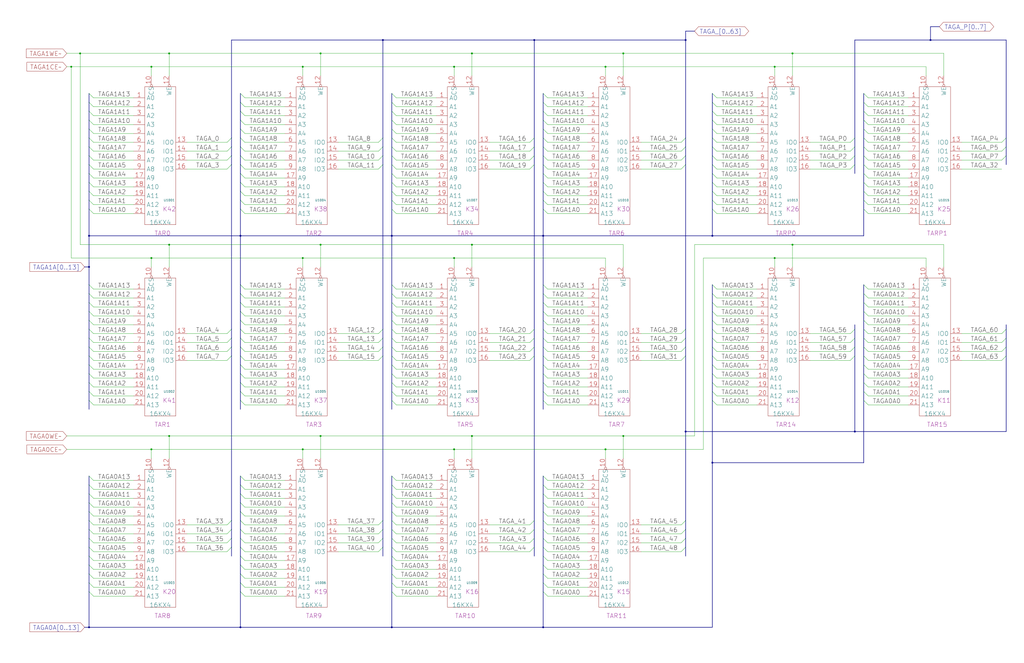
<source format=kicad_sch>
(kicad_sch (version 20230121) (generator eeschema)
  (paper "User" 584.2 378.46)
  (title_block (title "TAGA RAMS\\n0:40, 56:63, P0:P5, P7") (date "08-MAR-90") (rev "0.0") (comment 1 "MEM32 BOARD") (comment 2 "232-003066") (comment 3 "S400") (comment 4 "RELEASED"))
  (junction (at 50.8 152.4))
  (junction (at 182.88 248.92))
  (junction (at 452.12 30.48))
  (junction (at 487.68 246.38))
  (junction (at 223.52 358.14))
  (junction (at 96.52 139.7))
  (junction (at 530.86 22.86))
  (junction (at 96.52 30.48))
  (junction (at 406.4 134.62))
  (junction (at 259.08 147.32))
  (junction (at 45.72 30.48))
  (junction (at 86.36 38.1))
  (junction (at 40.64 38.1))
  (junction (at 269.24 139.7))
  (junction (at 50.8 134.62))
  (junction (at 96.52 248.92))
  (junction (at 304.8 22.86))
  (junction (at 309.88 134.62))
  (junction (at 345.44 38.1))
  (junction (at 406.4 264.16))
  (junction (at 309.88 358.14))
  (junction (at 137.16 134.62))
  (junction (at 259.08 256.54))
  (junction (at 50.8 358.14))
  (junction (at 182.88 30.48))
  (junction (at 218.44 22.86))
  (junction (at 345.44 256.54))
  (junction (at 182.88 139.7))
  (junction (at 172.72 147.32))
  (junction (at 86.36 256.54))
  (junction (at 172.72 38.1))
  (junction (at 391.16 22.86))
  (junction (at 452.12 139.7))
  (junction (at 259.08 38.1))
  (junction (at 223.52 134.62))
  (junction (at 137.16 358.14))
  (junction (at 269.24 30.48))
  (junction (at 355.6 248.92))
  (junction (at 269.24 248.92))
  (junction (at 86.36 147.32))
  (junction (at 441.96 38.1))
  (junction (at 172.72 256.54))
  (junction (at 391.16 246.38))
  (junction (at 441.96 147.32))
  (junction (at 355.6 30.48))
  (bus_entry (at 50.8 78.74) (size 2.54 2.54))
  (bus_entry (at 137.16 312.42) (size 2.54 2.54))
  (bus_entry (at 309.88 68.58) (size 2.54 2.54))
  (bus_entry (at 309.88 213.36) (size 2.54 2.54))
  (bus_entry (at 137.16 182.88) (size 2.54 2.54))
  (bus_entry (at 50.8 213.36) (size 2.54 2.54))
  (bus_entry (at 492.76 208.28) (size 2.54 2.54))
  (bus_entry (at 137.16 287.02) (size 2.54 2.54))
  (bus_entry (at 406.4 109.22) (size 2.54 2.54))
  (bus_entry (at 223.52 88.9) (size 2.54 2.54))
  (bus_entry (at 223.52 53.34) (size 2.54 2.54))
  (bus_entry (at 309.88 312.42) (size 2.54 2.54))
  (bus_entry (at 309.88 114.3) (size 2.54 2.54))
  (bus_entry (at 137.16 218.44) (size 2.54 2.54))
  (bus_entry (at 137.16 119.38) (size 2.54 2.54))
  (bus_entry (at 223.52 172.72) (size 2.54 2.54))
  (bus_entry (at 391.16 93.98) (size -2.54 2.54))
  (bus_entry (at 50.8 271.78) (size 2.54 2.54))
  (bus_entry (at 223.52 109.22) (size 2.54 2.54))
  (bus_entry (at 223.52 302.26) (size 2.54 2.54))
  (bus_entry (at 309.88 203.2) (size 2.54 2.54))
  (bus_entry (at 137.16 327.66) (size 2.54 2.54))
  (bus_entry (at 218.44 312.42) (size -2.54 2.54))
  (bus_entry (at 223.52 78.74) (size 2.54 2.54))
  (bus_entry (at 492.76 228.6) (size 2.54 2.54))
  (bus_entry (at 132.08 88.9) (size -2.54 2.54))
  (bus_entry (at 137.16 83.82) (size 2.54 2.54))
  (bus_entry (at 132.08 193.04) (size -2.54 2.54))
  (bus_entry (at 309.88 83.82) (size 2.54 2.54))
  (bus_entry (at 309.88 63.5) (size 2.54 2.54))
  (bus_entry (at 309.88 187.96) (size 2.54 2.54))
  (bus_entry (at 50.8 287.02) (size 2.54 2.54))
  (bus_entry (at 487.68 203.2) (size -2.54 2.54))
  (bus_entry (at 132.08 198.12) (size -2.54 2.54))
  (bus_entry (at 492.76 99.06) (size 2.54 2.54))
  (bus_entry (at 406.4 68.58) (size 2.54 2.54))
  (bus_entry (at 406.4 182.88) (size 2.54 2.54))
  (bus_entry (at 50.8 292.1) (size 2.54 2.54))
  (bus_entry (at 223.52 287.02) (size 2.54 2.54))
  (bus_entry (at 50.8 297.18) (size 2.54 2.54))
  (bus_entry (at 50.8 208.28) (size 2.54 2.54))
  (bus_entry (at 223.52 93.98) (size 2.54 2.54))
  (bus_entry (at 309.88 119.38) (size 2.54 2.54))
  (bus_entry (at 137.16 114.3) (size 2.54 2.54))
  (bus_entry (at 137.16 78.74) (size 2.54 2.54))
  (bus_entry (at 309.88 73.66) (size 2.54 2.54))
  (bus_entry (at 492.76 58.42) (size 2.54 2.54))
  (bus_entry (at 492.76 53.34) (size 2.54 2.54))
  (bus_entry (at 309.88 208.28) (size 2.54 2.54))
  (bus_entry (at 487.68 193.04) (size -2.54 2.54))
  (bus_entry (at 487.68 93.98) (size -2.54 2.54))
  (bus_entry (at 137.16 302.26) (size 2.54 2.54))
  (bus_entry (at 391.16 198.12) (size -2.54 2.54))
  (bus_entry (at 132.08 307.34) (size -2.54 2.54))
  (bus_entry (at 492.76 193.04) (size 2.54 2.54))
  (bus_entry (at 406.4 104.14) (size 2.54 2.54))
  (bus_entry (at 492.76 93.98) (size 2.54 2.54))
  (bus_entry (at 492.76 223.52) (size 2.54 2.54))
  (bus_entry (at 304.8 93.98) (size -2.54 2.54))
  (bus_entry (at 50.8 203.2) (size 2.54 2.54))
  (bus_entry (at 304.8 302.26) (size -2.54 2.54))
  (bus_entry (at 391.16 78.74) (size -2.54 2.54))
  (bus_entry (at 137.16 332.74) (size 2.54 2.54))
  (bus_entry (at 223.52 58.42) (size 2.54 2.54))
  (bus_entry (at 223.52 83.82) (size 2.54 2.54))
  (bus_entry (at 487.68 198.12) (size -2.54 2.54))
  (bus_entry (at 391.16 203.2) (size -2.54 2.54))
  (bus_entry (at 406.4 83.82) (size 2.54 2.54))
  (bus_entry (at 391.16 307.34) (size -2.54 2.54))
  (bus_entry (at 223.52 281.94) (size 2.54 2.54))
  (bus_entry (at 309.88 307.34) (size 2.54 2.54))
  (bus_entry (at 309.88 287.02) (size 2.54 2.54))
  (bus_entry (at 492.76 104.14) (size 2.54 2.54))
  (bus_entry (at 406.4 93.98) (size 2.54 2.54))
  (bus_entry (at 132.08 93.98) (size -2.54 2.54))
  (bus_entry (at 137.16 271.78) (size 2.54 2.54))
  (bus_entry (at 137.16 276.86) (size 2.54 2.54))
  (bus_entry (at 50.8 119.38) (size 2.54 2.54))
  (bus_entry (at 223.52 327.66) (size 2.54 2.54))
  (bus_entry (at 132.08 297.18) (size -2.54 2.54))
  (bus_entry (at 137.16 58.42) (size 2.54 2.54))
  (bus_entry (at 406.4 213.36) (size 2.54 2.54))
  (bus_entry (at 137.16 228.6) (size 2.54 2.54))
  (bus_entry (at 137.16 203.2) (size 2.54 2.54))
  (bus_entry (at 406.4 58.42) (size 2.54 2.54))
  (bus_entry (at 132.08 187.96) (size -2.54 2.54))
  (bus_entry (at 406.4 88.9) (size 2.54 2.54))
  (bus_entry (at 487.68 187.96) (size -2.54 2.54))
  (bus_entry (at 223.52 312.42) (size 2.54 2.54))
  (bus_entry (at 50.8 167.64) (size 2.54 2.54))
  (bus_entry (at 309.88 228.6) (size 2.54 2.54))
  (bus_entry (at 218.44 302.26) (size -2.54 2.54))
  (bus_entry (at 391.16 193.04) (size -2.54 2.54))
  (bus_entry (at 223.52 167.64) (size 2.54 2.54))
  (bus_entry (at 492.76 172.72) (size 2.54 2.54))
  (bus_entry (at 50.8 327.66) (size 2.54 2.54))
  (bus_entry (at 304.8 88.9) (size -2.54 2.54))
  (bus_entry (at 309.88 292.1) (size 2.54 2.54))
  (bus_entry (at 309.88 162.56) (size 2.54 2.54))
  (bus_entry (at 137.16 167.64) (size 2.54 2.54))
  (bus_entry (at 492.76 203.2) (size 2.54 2.54))
  (bus_entry (at 574.04 198.12) (size -2.54 2.54))
  (bus_entry (at 50.8 83.82) (size 2.54 2.54))
  (bus_entry (at 50.8 99.06) (size 2.54 2.54))
  (bus_entry (at 574.04 187.96) (size -2.54 2.54))
  (bus_entry (at 309.88 172.72) (size 2.54 2.54))
  (bus_entry (at 218.44 198.12) (size -2.54 2.54))
  (bus_entry (at 50.8 307.34) (size 2.54 2.54))
  (bus_entry (at 223.52 73.66) (size 2.54 2.54))
  (bus_entry (at 137.16 337.82) (size 2.54 2.54))
  (bus_entry (at 309.88 281.94) (size 2.54 2.54))
  (bus_entry (at 304.8 78.74) (size -2.54 2.54))
  (bus_entry (at 50.8 193.04) (size 2.54 2.54))
  (bus_entry (at 223.52 119.38) (size 2.54 2.54))
  (bus_entry (at 309.88 58.42) (size 2.54 2.54))
  (bus_entry (at 391.16 83.82) (size -2.54 2.54))
  (bus_entry (at 391.16 302.26) (size -2.54 2.54))
  (bus_entry (at 391.16 88.9) (size -2.54 2.54))
  (bus_entry (at 132.08 312.42) (size -2.54 2.54))
  (bus_entry (at 406.4 78.74) (size 2.54 2.54))
  (bus_entry (at 487.68 88.9) (size -2.54 2.54))
  (bus_entry (at 137.16 198.12) (size 2.54 2.54))
  (bus_entry (at 223.52 193.04) (size 2.54 2.54))
  (bus_entry (at 50.8 228.6) (size 2.54 2.54))
  (bus_entry (at 137.16 322.58) (size 2.54 2.54))
  (bus_entry (at 137.16 187.96) (size 2.54 2.54))
  (bus_entry (at 132.08 78.74) (size -2.54 2.54))
  (bus_entry (at 391.16 187.96) (size -2.54 2.54))
  (bus_entry (at 50.8 276.86) (size 2.54 2.54))
  (bus_entry (at 309.88 167.64) (size 2.54 2.54))
  (bus_entry (at 492.76 63.5) (size 2.54 2.54))
  (bus_entry (at 223.52 332.74) (size 2.54 2.54))
  (bus_entry (at 309.88 93.98) (size 2.54 2.54))
  (bus_entry (at 223.52 177.8) (size 2.54 2.54))
  (bus_entry (at 309.88 332.74) (size 2.54 2.54))
  (bus_entry (at 50.8 104.14) (size 2.54 2.54))
  (bus_entry (at 223.52 213.36) (size 2.54 2.54))
  (bus_entry (at 309.88 53.34) (size 2.54 2.54))
  (bus_entry (at 137.16 281.94) (size 2.54 2.54))
  (bus_entry (at 492.76 167.64) (size 2.54 2.54))
  (bus_entry (at 309.88 218.44) (size 2.54 2.54))
  (bus_entry (at 223.52 317.5) (size 2.54 2.54))
  (bus_entry (at 50.8 68.58) (size 2.54 2.54))
  (bus_entry (at 50.8 58.42) (size 2.54 2.54))
  (bus_entry (at 309.88 276.86) (size 2.54 2.54))
  (bus_entry (at 406.4 63.5) (size 2.54 2.54))
  (bus_entry (at 304.8 307.34) (size -2.54 2.54))
  (bus_entry (at 50.8 53.34) (size 2.54 2.54))
  (bus_entry (at 492.76 83.82) (size 2.54 2.54))
  (bus_entry (at 50.8 63.5) (size 2.54 2.54))
  (bus_entry (at 304.8 198.12) (size -2.54 2.54))
  (bus_entry (at 50.8 302.26) (size 2.54 2.54))
  (bus_entry (at 137.16 68.58) (size 2.54 2.54))
  (bus_entry (at 218.44 88.9) (size -2.54 2.54))
  (bus_entry (at 50.8 172.72) (size 2.54 2.54))
  (bus_entry (at 50.8 317.5) (size 2.54 2.54))
  (bus_entry (at 223.52 198.12) (size 2.54 2.54))
  (bus_entry (at 391.16 297.18) (size -2.54 2.54))
  (bus_entry (at 406.4 73.66) (size 2.54 2.54))
  (bus_entry (at 132.08 302.26) (size -2.54 2.54))
  (bus_entry (at 50.8 88.9) (size 2.54 2.54))
  (bus_entry (at 574.04 88.9) (size -2.54 2.54))
  (bus_entry (at 218.44 83.82) (size -2.54 2.54))
  (bus_entry (at 137.16 109.22) (size 2.54 2.54))
  (bus_entry (at 574.04 203.2) (size -2.54 2.54))
  (bus_entry (at 223.52 228.6) (size 2.54 2.54))
  (bus_entry (at 492.76 68.58) (size 2.54 2.54))
  (bus_entry (at 406.4 162.56) (size 2.54 2.54))
  (bus_entry (at 492.76 119.38) (size 2.54 2.54))
  (bus_entry (at 309.88 177.8) (size 2.54 2.54))
  (bus_entry (at 492.76 177.8) (size 2.54 2.54))
  (bus_entry (at 223.52 271.78) (size 2.54 2.54))
  (bus_entry (at 492.76 182.88) (size 2.54 2.54))
  (bus_entry (at 218.44 78.74) (size -2.54 2.54))
  (bus_entry (at 309.88 109.22) (size 2.54 2.54))
  (bus_entry (at 137.16 307.34) (size 2.54 2.54))
  (bus_entry (at 137.16 172.72) (size 2.54 2.54))
  (bus_entry (at 50.8 223.52) (size 2.54 2.54))
  (bus_entry (at 132.08 203.2) (size -2.54 2.54))
  (bus_entry (at 132.08 83.82) (size -2.54 2.54))
  (bus_entry (at 574.04 78.74) (size -2.54 2.54))
  (bus_entry (at 406.4 198.12) (size 2.54 2.54))
  (bus_entry (at 309.88 297.18) (size 2.54 2.54))
  (bus_entry (at 137.16 193.04) (size 2.54 2.54))
  (bus_entry (at 137.16 223.52) (size 2.54 2.54))
  (bus_entry (at 309.88 302.26) (size 2.54 2.54))
  (bus_entry (at 50.8 177.8) (size 2.54 2.54))
  (bus_entry (at 309.88 104.14) (size 2.54 2.54))
  (bus_entry (at 309.88 198.12) (size 2.54 2.54))
  (bus_entry (at 50.8 73.66) (size 2.54 2.54))
  (bus_entry (at 487.68 78.74) (size -2.54 2.54))
  (bus_entry (at 50.8 162.56) (size 2.54 2.54))
  (bus_entry (at 50.8 93.98) (size 2.54 2.54))
  (bus_entry (at 50.8 322.58) (size 2.54 2.54))
  (bus_entry (at 137.16 104.14) (size 2.54 2.54))
  (bus_entry (at 50.8 332.74) (size 2.54 2.54))
  (bus_entry (at 223.52 276.86) (size 2.54 2.54))
  (bus_entry (at 50.8 312.42) (size 2.54 2.54))
  (bus_entry (at 492.76 78.74) (size 2.54 2.54))
  (bus_entry (at 492.76 213.36) (size 2.54 2.54))
  (bus_entry (at 50.8 218.44) (size 2.54 2.54))
  (bus_entry (at 137.16 99.06) (size 2.54 2.54))
  (bus_entry (at 406.4 172.72) (size 2.54 2.54))
  (bus_entry (at 492.76 109.22) (size 2.54 2.54))
  (bus_entry (at 223.52 114.3) (size 2.54 2.54))
  (bus_entry (at 223.52 337.82) (size 2.54 2.54))
  (bus_entry (at 309.88 271.78) (size 2.54 2.54))
  (bus_entry (at 223.52 297.18) (size 2.54 2.54))
  (bus_entry (at 218.44 93.98) (size -2.54 2.54))
  (bus_entry (at 137.16 88.9) (size 2.54 2.54))
  (bus_entry (at 406.4 53.34) (size 2.54 2.54))
  (bus_entry (at 309.88 78.74) (size 2.54 2.54))
  (bus_entry (at 137.16 317.5) (size 2.54 2.54))
  (bus_entry (at 218.44 193.04) (size -2.54 2.54))
  (bus_entry (at 574.04 83.82) (size -2.54 2.54))
  (bus_entry (at 492.76 114.3) (size 2.54 2.54))
  (bus_entry (at 223.52 99.06) (size 2.54 2.54))
  (bus_entry (at 223.52 162.56) (size 2.54 2.54))
  (bus_entry (at 223.52 218.44) (size 2.54 2.54))
  (bus_entry (at 406.4 177.8) (size 2.54 2.54))
  (bus_entry (at 218.44 187.96) (size -2.54 2.54))
  (bus_entry (at 406.4 208.28) (size 2.54 2.54))
  (bus_entry (at 50.8 281.94) (size 2.54 2.54))
  (bus_entry (at 492.76 162.56) (size 2.54 2.54))
  (bus_entry (at 218.44 307.34) (size -2.54 2.54))
  (bus_entry (at 223.52 208.28) (size 2.54 2.54))
  (bus_entry (at 50.8 114.3) (size 2.54 2.54))
  (bus_entry (at 137.16 93.98) (size 2.54 2.54))
  (bus_entry (at 137.16 292.1) (size 2.54 2.54))
  (bus_entry (at 137.16 63.5) (size 2.54 2.54))
  (bus_entry (at 406.4 167.64) (size 2.54 2.54))
  (bus_entry (at 223.52 292.1) (size 2.54 2.54))
  (bus_entry (at 406.4 114.3) (size 2.54 2.54))
  (bus_entry (at 574.04 193.04) (size -2.54 2.54))
  (bus_entry (at 309.88 182.88) (size 2.54 2.54))
  (bus_entry (at 223.52 187.96) (size 2.54 2.54))
  (bus_entry (at 223.52 203.2) (size 2.54 2.54))
  (bus_entry (at 304.8 193.04) (size -2.54 2.54))
  (bus_entry (at 492.76 73.66) (size 2.54 2.54))
  (bus_entry (at 50.8 337.82) (size 2.54 2.54))
  (bus_entry (at 492.76 218.44) (size 2.54 2.54))
  (bus_entry (at 406.4 119.38) (size 2.54 2.54))
  (bus_entry (at 304.8 203.2) (size -2.54 2.54))
  (bus_entry (at 487.68 83.82) (size -2.54 2.54))
  (bus_entry (at 223.52 68.58) (size 2.54 2.54))
  (bus_entry (at 406.4 223.52) (size 2.54 2.54))
  (bus_entry (at 50.8 187.96) (size 2.54 2.54))
  (bus_entry (at 137.16 208.28) (size 2.54 2.54))
  (bus_entry (at 223.52 223.52) (size 2.54 2.54))
  (bus_entry (at 223.52 322.58) (size 2.54 2.54))
  (bus_entry (at 406.4 218.44) (size 2.54 2.54))
  (bus_entry (at 218.44 297.18) (size -2.54 2.54))
  (bus_entry (at 137.16 162.56) (size 2.54 2.54))
  (bus_entry (at 309.88 317.5) (size 2.54 2.54))
  (bus_entry (at 492.76 187.96) (size 2.54 2.54))
  (bus_entry (at 50.8 182.88) (size 2.54 2.54))
  (bus_entry (at 492.76 198.12) (size 2.54 2.54))
  (bus_entry (at 223.52 63.5) (size 2.54 2.54))
  (bus_entry (at 309.88 337.82) (size 2.54 2.54))
  (bus_entry (at 406.4 228.6) (size 2.54 2.54))
  (bus_entry (at 492.76 88.9) (size 2.54 2.54))
  (bus_entry (at 309.88 322.58) (size 2.54 2.54))
  (bus_entry (at 304.8 83.82) (size -2.54 2.54))
  (bus_entry (at 304.8 187.96) (size -2.54 2.54))
  (bus_entry (at 50.8 109.22) (size 2.54 2.54))
  (bus_entry (at 304.8 312.42) (size -2.54 2.54))
  (bus_entry (at 137.16 177.8) (size 2.54 2.54))
  (bus_entry (at 309.88 99.06) (size 2.54 2.54))
  (bus_entry (at 137.16 297.18) (size 2.54 2.54))
  (bus_entry (at 391.16 312.42) (size -2.54 2.54))
  (bus_entry (at 137.16 53.34) (size 2.54 2.54))
  (bus_entry (at 406.4 203.2) (size 2.54 2.54))
  (bus_entry (at 304.8 297.18) (size -2.54 2.54))
  (bus_entry (at 218.44 203.2) (size -2.54 2.54))
  (bus_entry (at 137.16 73.66) (size 2.54 2.54))
  (bus_entry (at 223.52 182.88) (size 2.54 2.54))
  (bus_entry (at 50.8 198.12) (size 2.54 2.54))
  (bus_entry (at 223.52 307.34) (size 2.54 2.54))
  (bus_entry (at 406.4 99.06) (size 2.54 2.54))
  (bus_entry (at 309.88 193.04) (size 2.54 2.54))
  (bus_entry (at 309.88 88.9) (size 2.54 2.54))
  (bus_entry (at 309.88 223.52) (size 2.54 2.54))
  (bus_entry (at 406.4 187.96) (size 2.54 2.54))
  (bus_entry (at 137.16 213.36) (size 2.54 2.54))
  (bus_entry (at 309.88 327.66) (size 2.54 2.54))
  (bus_entry (at 223.52 104.14) (size 2.54 2.54))
  (bus_entry (at 406.4 193.04) (size 2.54 2.54))
  (wire (pts (xy 495.3 165.1) (xy 518.16 165.1)))
  (bus (pts (xy 396.24 17.78) (xy 391.16 17.78)))
  (bus (pts (xy 223.52 134.62) (xy 309.88 134.62)))
  (bus (pts (xy 223.52 271.78) (xy 223.52 276.86)))
  (wire (pts (xy 441.96 147.32) (xy 441.96 152.4)))
  (wire (pts (xy 312.42 121.92) (xy 335.28 121.92)))
  (bus (pts (xy 309.88 167.64) (xy 309.88 172.72)))
  (wire (pts (xy 226.06 335.28) (xy 248.92 335.28)))
  (bus (pts (xy 391.16 312.42) (xy 391.16 317.5)))
  (bus (pts (xy 50.8 162.56) (xy 50.8 167.64)))
  (bus (pts (xy 50.8 172.72) (xy 50.8 177.8)))
  (bus (pts (xy 137.16 114.3) (xy 137.16 119.38)))
  (wire (pts (xy 226.06 180.34) (xy 248.92 180.34)))
  (wire (pts (xy 106.68 81.28) (xy 129.54 81.28)))
  (bus (pts (xy 50.8 358.14) (xy 137.16 358.14)))
  (bus (pts (xy 223.52 104.14) (xy 223.52 109.22)))
  (wire (pts (xy 226.06 330.2) (xy 248.92 330.2)))
  (bus (pts (xy 223.52 73.66) (xy 223.52 78.74)))
  (wire (pts (xy 182.88 248.92) (xy 182.88 261.62)))
  (bus (pts (xy 223.52 218.44) (xy 223.52 223.52)))
  (bus (pts (xy 309.88 218.44) (xy 309.88 223.52)))
  (bus (pts (xy 223.52 134.62) (xy 223.52 162.56)))
  (bus (pts (xy 137.16 109.22) (xy 137.16 114.3)))
  (wire (pts (xy 279.4 299.72) (xy 302.26 299.72)))
  (bus (pts (xy 218.44 297.18) (xy 218.44 302.26)))
  (bus (pts (xy 492.76 198.12) (xy 492.76 203.2)))
  (wire (pts (xy 279.4 195.58) (xy 302.26 195.58)))
  (bus (pts (xy 50.8 218.44) (xy 50.8 223.52)))
  (wire (pts (xy 139.7 289.56) (xy 162.56 289.56)))
  (bus (pts (xy 137.16 203.2) (xy 137.16 208.28)))
  (bus (pts (xy 132.08 187.96) (xy 132.08 193.04)))
  (bus (pts (xy 492.76 228.6) (xy 492.76 264.16)))
  (wire (pts (xy 408.94 101.6) (xy 431.8 101.6)))
  (wire (pts (xy 462.28 190.5) (xy 485.14 190.5)))
  (wire (pts (xy 226.06 66.04) (xy 248.92 66.04)))
  (wire (pts (xy 312.42 215.9) (xy 335.28 215.9)))
  (bus (pts (xy 223.52 187.96) (xy 223.52 193.04)))
  (bus (pts (xy 574.04 88.9) (xy 574.04 93.98)))
  (wire (pts (xy 495.3 210.82) (xy 518.16 210.82)))
  (wire (pts (xy 38.1 38.1) (xy 40.64 38.1)))
  (bus (pts (xy 137.16 312.42) (xy 137.16 317.5)))
  (bus (pts (xy 406.4 134.62) (xy 492.76 134.62)))
  (wire (pts (xy 139.7 66.04) (xy 162.56 66.04)))
  (wire (pts (xy 53.34 220.98) (xy 76.2 220.98)))
  (wire (pts (xy 365.76 195.58) (xy 388.62 195.58)))
  (bus (pts (xy 391.16 307.34) (xy 391.16 312.42)))
  (wire (pts (xy 53.34 96.52) (xy 76.2 96.52)))
  (wire (pts (xy 312.42 284.48) (xy 335.28 284.48)))
  (wire (pts (xy 53.34 180.34) (xy 76.2 180.34)))
  (wire (pts (xy 312.42 111.76) (xy 335.28 111.76)))
  (wire (pts (xy 193.04 91.44) (xy 215.9 91.44)))
  (bus (pts (xy 406.4 182.88) (xy 406.4 187.96)))
  (bus (pts (xy 492.76 119.38) (xy 492.76 134.62)))
  (wire (pts (xy 226.06 220.98) (xy 248.92 220.98)))
  (wire (pts (xy 226.06 294.64) (xy 248.92 294.64)))
  (wire (pts (xy 226.06 165.1) (xy 248.92 165.1)))
  (bus (pts (xy 309.88 317.5) (xy 309.88 322.58)))
  (wire (pts (xy 462.28 195.58) (xy 485.14 195.58)))
  (wire (pts (xy 172.72 147.32) (xy 259.08 147.32)))
  (wire (pts (xy 279.4 314.96) (xy 302.26 314.96)))
  (wire (pts (xy 38.1 248.92) (xy 96.52 248.92)))
  (wire (pts (xy 226.06 195.58) (xy 248.92 195.58)))
  (wire (pts (xy 139.7 76.2) (xy 162.56 76.2)))
  (wire (pts (xy 365.76 314.96) (xy 388.62 314.96)))
  (wire (pts (xy 408.94 200.66) (xy 431.8 200.66)))
  (wire (pts (xy 139.7 170.18) (xy 162.56 170.18)))
  (bus (pts (xy 218.44 22.86) (xy 304.8 22.86)))
  (wire (pts (xy 312.42 210.82) (xy 335.28 210.82)))
  (wire (pts (xy 495.3 170.18) (xy 518.16 170.18)))
  (bus (pts (xy 406.4 114.3) (xy 406.4 119.38)))
  (bus (pts (xy 309.88 104.14) (xy 309.88 109.22)))
  (wire (pts (xy 53.34 335.28) (xy 76.2 335.28)))
  (bus (pts (xy 309.88 223.52) (xy 309.88 228.6)))
  (bus (pts (xy 309.88 337.82) (xy 309.88 358.14)))
  (bus (pts (xy 309.88 93.98) (xy 309.88 99.06)))
  (wire (pts (xy 365.76 299.72) (xy 388.62 299.72)))
  (bus (pts (xy 137.16 218.44) (xy 137.16 223.52)))
  (bus (pts (xy 137.16 281.94) (xy 137.16 287.02)))
  (bus (pts (xy 492.76 88.9) (xy 492.76 93.98)))
  (bus (pts (xy 50.8 317.5) (xy 50.8 322.58)))
  (wire (pts (xy 355.6 30.48) (xy 355.6 43.18)))
  (bus (pts (xy 530.86 22.86) (xy 487.68 22.86)))
  (bus (pts (xy 309.88 134.62) (xy 309.88 162.56)))
  (wire (pts (xy 106.68 304.8) (xy 129.54 304.8)))
  (wire (pts (xy 226.06 91.44) (xy 248.92 91.44)))
  (bus (pts (xy 218.44 93.98) (xy 218.44 187.96)))
  (wire (pts (xy 139.7 231.14) (xy 162.56 231.14)))
  (bus (pts (xy 50.8 187.96) (xy 50.8 193.04)))
  (wire (pts (xy 193.04 190.5) (xy 215.9 190.5)))
  (wire (pts (xy 279.4 86.36) (xy 302.26 86.36)))
  (wire (pts (xy 226.06 314.96) (xy 248.92 314.96)))
  (wire (pts (xy 441.96 147.32) (xy 401.32 147.32)))
  (wire (pts (xy 139.7 91.44) (xy 162.56 91.44)))
  (bus (pts (xy 223.52 228.6) (xy 223.52 233.68)))
  (bus (pts (xy 304.8 302.26) (xy 304.8 307.34)))
  (wire (pts (xy 139.7 116.84) (xy 162.56 116.84)))
  (wire (pts (xy 139.7 210.82) (xy 162.56 210.82)))
  (bus (pts (xy 50.8 109.22) (xy 50.8 114.3)))
  (bus (pts (xy 137.16 58.42) (xy 137.16 63.5)))
  (bus (pts (xy 406.4 78.74) (xy 406.4 83.82)))
  (wire (pts (xy 106.68 96.52) (xy 129.54 96.52)))
  (bus (pts (xy 137.16 187.96) (xy 137.16 193.04)))
  (wire (pts (xy 452.12 139.7) (xy 538.48 139.7)))
  (wire (pts (xy 279.4 96.52) (xy 302.26 96.52)))
  (wire (pts (xy 408.94 190.5) (xy 431.8 190.5)))
  (wire (pts (xy 172.72 256.54) (xy 172.72 261.62)))
  (wire (pts (xy 226.06 284.48) (xy 248.92 284.48)))
  (bus (pts (xy 530.86 15.24) (xy 530.86 22.86)))
  (bus (pts (xy 132.08 307.34) (xy 132.08 312.42)))
  (wire (pts (xy 548.64 96.52) (xy 571.5 96.52)))
  (bus (pts (xy 218.44 307.34) (xy 218.44 312.42)))
  (bus (pts (xy 50.8 287.02) (xy 50.8 292.1)))
  (wire (pts (xy 259.08 256.54) (xy 172.72 256.54)))
  (bus (pts (xy 137.16 317.5) (xy 137.16 322.58)))
  (bus (pts (xy 309.88 327.66) (xy 309.88 332.74)))
  (bus (pts (xy 137.16 287.02) (xy 137.16 292.1)))
  (bus (pts (xy 487.68 88.9) (xy 487.68 93.98)))
  (wire (pts (xy 495.3 55.88) (xy 518.16 55.88)))
  (bus (pts (xy 137.16 99.06) (xy 137.16 104.14)))
  (wire (pts (xy 365.76 91.44) (xy 388.62 91.44)))
  (bus (pts (xy 406.4 53.34) (xy 406.4 58.42)))
  (wire (pts (xy 548.64 195.58) (xy 571.5 195.58)))
  (bus (pts (xy 137.16 307.34) (xy 137.16 312.42)))
  (bus (pts (xy 137.16 134.62) (xy 223.52 134.62)))
  (wire (pts (xy 408.94 96.52) (xy 431.8 96.52)))
  (wire (pts (xy 408.94 185.42) (xy 431.8 185.42)))
  (bus (pts (xy 132.08 22.86) (xy 132.08 78.74)))
  (wire (pts (xy 408.94 226.06) (xy 431.8 226.06)))
  (wire (pts (xy 106.68 190.5) (xy 129.54 190.5)))
  (wire (pts (xy 408.94 175.26) (xy 431.8 175.26)))
  (bus (pts (xy 50.8 68.58) (xy 50.8 73.66)))
  (wire (pts (xy 312.42 299.72) (xy 335.28 299.72)))
  (bus (pts (xy 50.8 193.04) (xy 50.8 198.12)))
  (bus (pts (xy 391.16 193.04) (xy 391.16 198.12)))
  (wire (pts (xy 226.06 81.28) (xy 248.92 81.28)))
  (wire (pts (xy 462.28 205.74) (xy 485.14 205.74)))
  (wire (pts (xy 53.34 66.04) (xy 76.2 66.04)))
  (bus (pts (xy 487.68 193.04) (xy 487.68 198.12)))
  (wire (pts (xy 548.64 91.44) (xy 571.5 91.44)))
  (bus (pts (xy 574.04 22.86) (xy 530.86 22.86)))
  (wire (pts (xy 139.7 304.8) (xy 162.56 304.8)))
  (wire (pts (xy 139.7 320.04) (xy 162.56 320.04)))
  (bus (pts (xy 309.88 281.94) (xy 309.88 287.02)))
  (wire (pts (xy 53.34 101.6) (xy 76.2 101.6)))
  (bus (pts (xy 137.16 292.1) (xy 137.16 297.18)))
  (wire (pts (xy 139.7 330.2) (xy 162.56 330.2)))
  (wire (pts (xy 312.42 340.36) (xy 335.28 340.36)))
  (bus (pts (xy 218.44 312.42) (xy 218.44 317.5)))
  (bus (pts (xy 223.52 312.42) (xy 223.52 317.5)))
  (wire (pts (xy 226.06 96.52) (xy 248.92 96.52)))
  (bus (pts (xy 137.16 88.9) (xy 137.16 93.98)))
  (wire (pts (xy 139.7 101.6) (xy 162.56 101.6)))
  (bus (pts (xy 223.52 198.12) (xy 223.52 203.2)))
  (bus (pts (xy 223.52 213.36) (xy 223.52 218.44)))
  (wire (pts (xy 408.94 91.44) (xy 431.8 91.44)))
  (bus (pts (xy 492.76 218.44) (xy 492.76 223.52)))
  (wire (pts (xy 408.94 86.36) (xy 431.8 86.36)))
  (bus (pts (xy 309.88 182.88) (xy 309.88 187.96)))
  (wire (pts (xy 53.34 205.74) (xy 76.2 205.74)))
  (wire (pts (xy 53.34 304.8) (xy 76.2 304.8)))
  (wire (pts (xy 86.36 38.1) (xy 86.36 43.18)))
  (wire (pts (xy 495.3 116.84) (xy 518.16 116.84)))
  (bus (pts (xy 309.88 114.3) (xy 309.88 119.38)))
  (bus (pts (xy 137.16 119.38) (xy 137.16 134.62)))
  (bus (pts (xy 132.08 22.86) (xy 218.44 22.86)))
  (wire (pts (xy 312.42 60.96) (xy 335.28 60.96)))
  (wire (pts (xy 408.94 111.76) (xy 431.8 111.76)))
  (wire (pts (xy 365.76 190.5) (xy 388.62 190.5)))
  (wire (pts (xy 312.42 320.04) (xy 335.28 320.04)))
  (wire (pts (xy 172.72 147.32) (xy 172.72 152.4)))
  (wire (pts (xy 312.42 76.2) (xy 335.28 76.2)))
  (wire (pts (xy 139.7 60.96) (xy 162.56 60.96)))
  (bus (pts (xy 223.52 203.2) (xy 223.52 208.28)))
  (bus (pts (xy 50.8 271.78) (xy 50.8 276.86)))
  (wire (pts (xy 365.76 200.66) (xy 388.62 200.66)))
  (bus (pts (xy 218.44 78.74) (xy 218.44 83.82)))
  (bus (pts (xy 132.08 302.26) (xy 132.08 307.34)))
  (bus (pts (xy 391.16 203.2) (xy 391.16 246.38)))
  (wire (pts (xy 495.3 190.5) (xy 518.16 190.5)))
  (bus (pts (xy 50.8 177.8) (xy 50.8 182.88)))
  (bus (pts (xy 137.16 182.88) (xy 137.16 187.96)))
  (wire (pts (xy 106.68 309.88) (xy 129.54 309.88)))
  (wire (pts (xy 53.34 190.5) (xy 76.2 190.5)))
  (bus (pts (xy 223.52 93.98) (xy 223.52 99.06)))
  (wire (pts (xy 193.04 96.52) (xy 215.9 96.52)))
  (wire (pts (xy 495.3 195.58) (xy 518.16 195.58)))
  (bus (pts (xy 223.52 68.58) (xy 223.52 73.66)))
  (bus (pts (xy 137.16 177.8) (xy 137.16 182.88)))
  (bus (pts (xy 574.04 187.96) (xy 574.04 193.04)))
  (wire (pts (xy 312.42 66.04) (xy 335.28 66.04)))
  (wire (pts (xy 226.06 76.2) (xy 248.92 76.2)))
  (bus (pts (xy 492.76 162.56) (xy 492.76 167.64)))
  (wire (pts (xy 86.36 147.32) (xy 86.36 152.4)))
  (wire (pts (xy 139.7 195.58) (xy 162.56 195.58)))
  (bus (pts (xy 406.4 193.04) (xy 406.4 198.12)))
  (bus (pts (xy 137.16 332.74) (xy 137.16 337.82)))
  (wire (pts (xy 548.64 190.5) (xy 571.5 190.5)))
  (wire (pts (xy 53.34 325.12) (xy 76.2 325.12)))
  (bus (pts (xy 50.8 167.64) (xy 50.8 172.72)))
  (bus (pts (xy 304.8 198.12) (xy 304.8 203.2)))
  (bus (pts (xy 223.52 297.18) (xy 223.52 302.26)))
  (wire (pts (xy 139.7 55.88) (xy 162.56 55.88)))
  (wire (pts (xy 53.34 81.28) (xy 76.2 81.28)))
  (wire (pts (xy 226.06 190.5) (xy 248.92 190.5)))
  (bus (pts (xy 304.8 187.96) (xy 304.8 193.04)))
  (wire (pts (xy 53.34 106.68) (xy 76.2 106.68)))
  (bus (pts (xy 50.8 223.52) (xy 50.8 228.6)))
  (bus (pts (xy 50.8 93.98) (xy 50.8 99.06)))
  (bus (pts (xy 223.52 78.74) (xy 223.52 83.82)))
  (bus (pts (xy 304.8 22.86) (xy 391.16 22.86)))
  (wire (pts (xy 53.34 314.96) (xy 76.2 314.96)))
  (bus (pts (xy 50.8 297.18) (xy 50.8 302.26)))
  (wire (pts (xy 106.68 314.96) (xy 129.54 314.96)))
  (wire (pts (xy 139.7 165.1) (xy 162.56 165.1)))
  (wire (pts (xy 139.7 279.4) (xy 162.56 279.4)))
  (wire (pts (xy 312.42 106.68) (xy 335.28 106.68)))
  (bus (pts (xy 309.88 332.74) (xy 309.88 337.82)))
  (bus (pts (xy 137.16 134.62) (xy 137.16 162.56)))
  (bus (pts (xy 137.16 193.04) (xy 137.16 198.12)))
  (bus (pts (xy 309.88 302.26) (xy 309.88 307.34)))
  (wire (pts (xy 139.7 299.72) (xy 162.56 299.72)))
  (wire (pts (xy 139.7 185.42) (xy 162.56 185.42)))
  (bus (pts (xy 304.8 307.34) (xy 304.8 312.42)))
  (bus (pts (xy 406.4 104.14) (xy 406.4 109.22)))
  (wire (pts (xy 193.04 200.66) (xy 215.9 200.66)))
  (bus (pts (xy 406.4 187.96) (xy 406.4 193.04)))
  (wire (pts (xy 139.7 190.5) (xy 162.56 190.5)))
  (wire (pts (xy 408.94 215.9) (xy 431.8 215.9)))
  (bus (pts (xy 218.44 193.04) (xy 218.44 198.12)))
  (bus (pts (xy 406.4 213.36) (xy 406.4 218.44)))
  (wire (pts (xy 495.3 76.2) (xy 518.16 76.2)))
  (wire (pts (xy 495.3 226.06) (xy 518.16 226.06)))
  (wire (pts (xy 312.42 71.12) (xy 335.28 71.12)))
  (wire (pts (xy 408.94 220.98) (xy 431.8 220.98)))
  (bus (pts (xy 492.76 193.04) (xy 492.76 198.12)))
  (bus (pts (xy 309.88 78.74) (xy 309.88 83.82)))
  (bus (pts (xy 391.16 22.86) (xy 391.16 78.74)))
  (bus (pts (xy 406.4 223.52) (xy 406.4 228.6)))
  (wire (pts (xy 312.42 101.6) (xy 335.28 101.6)))
  (bus (pts (xy 137.16 93.98) (xy 137.16 99.06)))
  (bus (pts (xy 223.52 193.04) (xy 223.52 198.12)))
  (wire (pts (xy 139.7 284.48) (xy 162.56 284.48)))
  (bus (pts (xy 50.8 302.26) (xy 50.8 307.34)))
  (bus (pts (xy 50.8 213.36) (xy 50.8 218.44)))
  (bus (pts (xy 406.4 167.64) (xy 406.4 172.72)))
  (bus (pts (xy 492.76 114.3) (xy 492.76 119.38)))
  (wire (pts (xy 106.68 205.74) (xy 129.54 205.74)))
  (bus (pts (xy 137.16 172.72) (xy 137.16 177.8)))
  (bus (pts (xy 309.88 99.06) (xy 309.88 104.14)))
  (wire (pts (xy 365.76 205.74) (xy 388.62 205.74)))
  (wire (pts (xy 226.06 210.82) (xy 248.92 210.82)))
  (wire (pts (xy 53.34 165.1) (xy 76.2 165.1)))
  (wire (pts (xy 495.3 81.28) (xy 518.16 81.28)))
  (wire (pts (xy 408.94 106.68) (xy 431.8 106.68)))
  (bus (pts (xy 50.8 307.34) (xy 50.8 312.42)))
  (bus (pts (xy 487.68 78.74) (xy 487.68 83.82)))
  (wire (pts (xy 106.68 86.36) (xy 129.54 86.36)))
  (bus (pts (xy 406.4 162.56) (xy 406.4 167.64)))
  (wire (pts (xy 312.42 279.4) (xy 335.28 279.4)))
  (bus (pts (xy 132.08 93.98) (xy 132.08 187.96)))
  (bus (pts (xy 391.16 198.12) (xy 391.16 203.2)))
  (wire (pts (xy 53.34 76.2) (xy 76.2 76.2)))
  (wire (pts (xy 106.68 195.58) (xy 129.54 195.58)))
  (wire (pts (xy 139.7 175.26) (xy 162.56 175.26)))
  (wire (pts (xy 226.06 231.14) (xy 248.92 231.14)))
  (wire (pts (xy 139.7 106.68) (xy 162.56 106.68)))
  (wire (pts (xy 193.04 205.74) (xy 215.9 205.74)))
  (bus (pts (xy 50.8 228.6) (xy 50.8 233.68)))
  (bus (pts (xy 304.8 83.82) (xy 304.8 88.9)))
  (wire (pts (xy 40.64 147.32) (xy 86.36 147.32)))
  (bus (pts (xy 406.4 177.8) (xy 406.4 182.88)))
  (wire (pts (xy 312.42 165.1) (xy 335.28 165.1)))
  (wire (pts (xy 279.4 190.5) (xy 302.26 190.5)))
  (wire (pts (xy 495.3 220.98) (xy 518.16 220.98)))
  (bus (pts (xy 406.4 264.16) (xy 406.4 358.14)))
  (wire (pts (xy 279.4 200.66) (xy 302.26 200.66)))
  (bus (pts (xy 492.76 63.5) (xy 492.76 68.58)))
  (bus (pts (xy 309.88 193.04) (xy 309.88 198.12)))
  (wire (pts (xy 226.06 205.74) (xy 248.92 205.74)))
  (wire (pts (xy 365.76 81.28) (xy 388.62 81.28)))
  (wire (pts (xy 495.3 205.74) (xy 518.16 205.74)))
  (bus (pts (xy 223.52 88.9) (xy 223.52 93.98)))
  (wire (pts (xy 312.42 226.06) (xy 335.28 226.06)))
  (bus (pts (xy 406.4 203.2) (xy 406.4 208.28)))
  (wire (pts (xy 172.72 256.54) (xy 86.36 256.54)))
  (wire (pts (xy 312.42 309.88) (xy 335.28 309.88)))
  (wire (pts (xy 139.7 340.36) (xy 162.56 340.36)))
  (wire (pts (xy 259.08 38.1) (xy 259.08 43.18)))
  (bus (pts (xy 492.76 182.88) (xy 492.76 187.96)))
  (wire (pts (xy 269.24 30.48) (xy 355.6 30.48)))
  (bus (pts (xy 309.88 358.14) (xy 406.4 358.14)))
  (bus (pts (xy 309.88 187.96) (xy 309.88 193.04)))
  (wire (pts (xy 193.04 81.28) (xy 215.9 81.28)))
  (bus (pts (xy 223.52 287.02) (xy 223.52 292.1)))
  (bus (pts (xy 223.52 337.82) (xy 223.52 358.14)))
  (wire (pts (xy 396.24 248.92) (xy 396.24 139.7)))
  (wire (pts (xy 259.08 147.32) (xy 259.08 152.4)))
  (wire (pts (xy 53.34 116.84) (xy 76.2 116.84)))
  (bus (pts (xy 391.16 93.98) (xy 391.16 187.96)))
  (wire (pts (xy 495.3 91.44) (xy 518.16 91.44)))
  (wire (pts (xy 365.76 309.88) (xy 388.62 309.88)))
  (bus (pts (xy 223.52 307.34) (xy 223.52 312.42)))
  (wire (pts (xy 226.06 226.06) (xy 248.92 226.06)))
  (bus (pts (xy 487.68 198.12) (xy 487.68 203.2)))
  (wire (pts (xy 495.3 231.14) (xy 518.16 231.14)))
  (bus (pts (xy 309.88 276.86) (xy 309.88 281.94)))
  (wire (pts (xy 139.7 325.12) (xy 162.56 325.12)))
  (bus (pts (xy 487.68 246.38) (xy 391.16 246.38)))
  (wire (pts (xy 106.68 299.72) (xy 129.54 299.72)))
  (bus (pts (xy 50.8 63.5) (xy 50.8 68.58)))
  (bus (pts (xy 50.8 203.2) (xy 50.8 208.28)))
  (bus (pts (xy 223.52 292.1) (xy 223.52 297.18)))
  (bus (pts (xy 492.76 58.42) (xy 492.76 63.5)))
  (bus (pts (xy 223.52 99.06) (xy 223.52 104.14)))
  (wire (pts (xy 345.44 38.1) (xy 345.44 43.18)))
  (bus (pts (xy 487.68 187.96) (xy 487.68 193.04)))
  (wire (pts (xy 312.42 325.12) (xy 335.28 325.12)))
  (wire (pts (xy 38.1 30.48) (xy 45.72 30.48)))
  (bus (pts (xy 48.26 152.4) (xy 50.8 152.4)))
  (bus (pts (xy 309.88 312.42) (xy 309.88 317.5)))
  (wire (pts (xy 53.34 200.66) (xy 76.2 200.66)))
  (wire (pts (xy 528.32 147.32) (xy 441.96 147.32)))
  (bus (pts (xy 223.52 114.3) (xy 223.52 119.38)))
  (bus (pts (xy 137.16 167.64) (xy 137.16 172.72)))
  (wire (pts (xy 408.94 71.12) (xy 431.8 71.12)))
  (wire (pts (xy 408.94 55.88) (xy 431.8 55.88)))
  (bus (pts (xy 309.88 119.38) (xy 309.88 134.62)))
  (wire (pts (xy 312.42 116.84) (xy 335.28 116.84)))
  (bus (pts (xy 309.88 307.34) (xy 309.88 312.42)))
  (wire (pts (xy 269.24 248.92) (xy 269.24 261.62)))
  (bus (pts (xy 574.04 185.42) (xy 574.04 187.96)))
  (wire (pts (xy 139.7 86.36) (xy 162.56 86.36)))
  (wire (pts (xy 548.64 86.36) (xy 571.5 86.36)))
  (bus (pts (xy 309.88 292.1) (xy 309.88 297.18)))
  (wire (pts (xy 279.4 81.28) (xy 302.26 81.28)))
  (bus (pts (xy 406.4 218.44) (xy 406.4 223.52)))
  (wire (pts (xy 462.28 81.28) (xy 485.14 81.28)))
  (wire (pts (xy 53.34 60.96) (xy 76.2 60.96)))
  (wire (pts (xy 139.7 121.92) (xy 162.56 121.92)))
  (wire (pts (xy 53.34 340.36) (xy 76.2 340.36)))
  (wire (pts (xy 548.64 200.66) (xy 571.5 200.66)))
  (wire (pts (xy 53.34 279.4) (xy 76.2 279.4)))
  (wire (pts (xy 182.88 248.92) (xy 269.24 248.92)))
  (bus (pts (xy 223.52 172.72) (xy 223.52 177.8)))
  (wire (pts (xy 193.04 86.36) (xy 215.9 86.36)))
  (bus (pts (xy 50.8 281.94) (xy 50.8 287.02)))
  (bus (pts (xy 391.16 88.9) (xy 391.16 93.98)))
  (bus (pts (xy 137.16 223.52) (xy 137.16 228.6)))
  (wire (pts (xy 495.3 185.42) (xy 518.16 185.42)))
  (wire (pts (xy 408.94 165.1) (xy 431.8 165.1)))
  (wire (pts (xy 312.42 220.98) (xy 335.28 220.98)))
  (bus (pts (xy 309.88 162.56) (xy 309.88 167.64)))
  (bus (pts (xy 309.88 63.5) (xy 309.88 68.58)))
  (wire (pts (xy 269.24 248.92) (xy 355.6 248.92)))
  (bus (pts (xy 137.16 337.82) (xy 137.16 358.14)))
  (wire (pts (xy 355.6 139.7) (xy 355.6 152.4)))
  (wire (pts (xy 462.28 96.52) (xy 485.14 96.52)))
  (wire (pts (xy 408.94 195.58) (xy 431.8 195.58)))
  (wire (pts (xy 172.72 38.1) (xy 86.36 38.1)))
  (wire (pts (xy 139.7 81.28) (xy 162.56 81.28)))
  (wire (pts (xy 226.06 325.12) (xy 248.92 325.12)))
  (wire (pts (xy 53.34 121.92) (xy 76.2 121.92)))
  (bus (pts (xy 50.8 152.4) (xy 50.8 162.56)))
  (bus (pts (xy 406.4 119.38) (xy 406.4 134.62)))
  (bus (pts (xy 218.44 88.9) (xy 218.44 93.98)))
  (wire (pts (xy 182.88 30.48) (xy 269.24 30.48)))
  (wire (pts (xy 312.42 294.64) (xy 335.28 294.64)))
  (bus (pts (xy 137.16 271.78) (xy 137.16 276.86)))
  (wire (pts (xy 53.34 226.06) (xy 76.2 226.06)))
  (wire (pts (xy 139.7 220.98) (xy 162.56 220.98)))
  (wire (pts (xy 53.34 91.44) (xy 76.2 91.44)))
  (wire (pts (xy 279.4 309.88) (xy 302.26 309.88)))
  (bus (pts (xy 309.88 88.9) (xy 309.88 93.98)))
  (bus (pts (xy 309.88 203.2) (xy 309.88 208.28)))
  (wire (pts (xy 182.88 139.7) (xy 182.88 152.4)))
  (wire (pts (xy 139.7 111.76) (xy 162.56 111.76)))
  (bus (pts (xy 406.4 73.66) (xy 406.4 78.74)))
  (wire (pts (xy 495.3 106.68) (xy 518.16 106.68)))
  (bus (pts (xy 309.88 109.22) (xy 309.88 114.3)))
  (bus (pts (xy 48.26 358.14) (xy 50.8 358.14)))
  (bus (pts (xy 492.76 99.06) (xy 492.76 104.14)))
  (wire (pts (xy 538.48 139.7) (xy 538.48 152.4)))
  (bus (pts (xy 218.44 203.2) (xy 218.44 297.18)))
  (bus (pts (xy 50.8 88.9) (xy 50.8 93.98)))
  (bus (pts (xy 487.68 203.2) (xy 487.68 246.38)))
  (bus (pts (xy 50.8 332.74) (xy 50.8 337.82)))
  (bus (pts (xy 391.16 297.18) (xy 391.16 302.26)))
  (wire (pts (xy 96.52 248.92) (xy 96.52 261.62)))
  (wire (pts (xy 53.34 170.18) (xy 76.2 170.18)))
  (bus (pts (xy 137.16 68.58) (xy 137.16 73.66)))
  (bus (pts (xy 50.8 73.66) (xy 50.8 78.74)))
  (wire (pts (xy 312.42 190.5) (xy 335.28 190.5)))
  (wire (pts (xy 226.06 309.88) (xy 248.92 309.88)))
  (bus (pts (xy 309.88 198.12) (xy 309.88 203.2)))
  (wire (pts (xy 53.34 299.72) (xy 76.2 299.72)))
  (wire (pts (xy 139.7 294.64) (xy 162.56 294.64)))
  (bus (pts (xy 218.44 83.82) (xy 218.44 88.9)))
  (bus (pts (xy 309.88 322.58) (xy 309.88 327.66)))
  (bus (pts (xy 132.08 297.18) (xy 132.08 302.26)))
  (wire (pts (xy 312.42 195.58) (xy 335.28 195.58)))
  (wire (pts (xy 53.34 175.26) (xy 76.2 175.26)))
  (bus (pts (xy 304.8 203.2) (xy 304.8 297.18)))
  (bus (pts (xy 309.88 134.62) (xy 406.4 134.62)))
  (wire (pts (xy 226.06 185.42) (xy 248.92 185.42)))
  (bus (pts (xy 137.16 78.74) (xy 137.16 83.82)))
  (wire (pts (xy 452.12 139.7) (xy 452.12 152.4)))
  (wire (pts (xy 345.44 256.54) (xy 259.08 256.54)))
  (wire (pts (xy 495.3 215.9) (xy 518.16 215.9)))
  (bus (pts (xy 137.16 53.34) (xy 137.16 58.42)))
  (bus (pts (xy 574.04 193.04) (xy 574.04 198.12)))
  (wire (pts (xy 86.36 256.54) (xy 86.36 261.62)))
  (bus (pts (xy 137.16 83.82) (xy 137.16 88.9)))
  (wire (pts (xy 38.1 256.54) (xy 86.36 256.54)))
  (bus (pts (xy 50.8 276.86) (xy 50.8 281.94)))
  (bus (pts (xy 50.8 53.34) (xy 50.8 58.42)))
  (wire (pts (xy 139.7 200.66) (xy 162.56 200.66)))
  (wire (pts (xy 226.06 116.84) (xy 248.92 116.84)))
  (bus (pts (xy 218.44 198.12) (xy 218.44 203.2)))
  (wire (pts (xy 96.52 248.92) (xy 182.88 248.92)))
  (bus (pts (xy 492.76 167.64) (xy 492.76 172.72)))
  (wire (pts (xy 495.3 200.66) (xy 518.16 200.66)))
  (wire (pts (xy 53.34 330.2) (xy 76.2 330.2)))
  (wire (pts (xy 226.06 60.96) (xy 248.92 60.96)))
  (wire (pts (xy 45.72 30.48) (xy 96.52 30.48)))
  (wire (pts (xy 139.7 96.52) (xy 162.56 96.52)))
  (wire (pts (xy 53.34 86.36) (xy 76.2 86.36)))
  (wire (pts (xy 312.42 330.2) (xy 335.28 330.2)))
  (wire (pts (xy 396.24 139.7) (xy 452.12 139.7)))
  (wire (pts (xy 86.36 147.32) (xy 172.72 147.32)))
  (wire (pts (xy 462.28 200.66) (xy 485.14 200.66)))
  (bus (pts (xy 223.52 177.8) (xy 223.52 182.88)))
  (bus (pts (xy 50.8 312.42) (xy 50.8 317.5)))
  (bus (pts (xy 492.76 177.8) (xy 492.76 182.88)))
  (bus (pts (xy 487.68 93.98) (xy 487.68 99.06)))
  (bus (pts (xy 309.88 271.78) (xy 309.88 276.86)))
  (wire (pts (xy 312.42 231.14) (xy 335.28 231.14)))
  (wire (pts (xy 312.42 185.42) (xy 335.28 185.42)))
  (wire (pts (xy 408.94 60.96) (xy 431.8 60.96)))
  (wire (pts (xy 226.06 121.92) (xy 248.92 121.92)))
  (wire (pts (xy 452.12 30.48) (xy 452.12 43.18)))
  (bus (pts (xy 304.8 78.74) (xy 304.8 83.82)))
  (bus (pts (xy 223.52 322.58) (xy 223.52 327.66)))
  (wire (pts (xy 226.06 299.72) (xy 248.92 299.72)))
  (bus (pts (xy 574.04 78.74) (xy 574.04 83.82)))
  (wire (pts (xy 408.94 116.84) (xy 431.8 116.84)))
  (bus (pts (xy 50.8 78.74) (xy 50.8 83.82)))
  (wire (pts (xy 312.42 96.52) (xy 335.28 96.52)))
  (bus (pts (xy 406.4 109.22) (xy 406.4 114.3)))
  (wire (pts (xy 279.4 91.44) (xy 302.26 91.44)))
  (bus (pts (xy 218.44 187.96) (xy 218.44 193.04)))
  (wire (pts (xy 226.06 55.88) (xy 248.92 55.88)))
  (wire (pts (xy 139.7 314.96) (xy 162.56 314.96)))
  (bus (pts (xy 406.4 58.42) (xy 406.4 63.5)))
  (bus (pts (xy 223.52 208.28) (xy 223.52 213.36)))
  (bus (pts (xy 309.88 208.28) (xy 309.88 213.36)))
  (wire (pts (xy 226.06 340.36) (xy 248.92 340.36)))
  (wire (pts (xy 139.7 226.06) (xy 162.56 226.06)))
  (bus (pts (xy 137.16 276.86) (xy 137.16 281.94)))
  (bus (pts (xy 223.52 58.42) (xy 223.52 63.5)))
  (bus (pts (xy 223.52 223.52) (xy 223.52 228.6)))
  (bus (pts (xy 223.52 119.38) (xy 223.52 134.62)))
  (wire (pts (xy 182.88 139.7) (xy 96.52 139.7)))
  (bus (pts (xy 406.4 83.82) (xy 406.4 88.9)))
  (wire (pts (xy 226.06 215.9) (xy 248.92 215.9)))
  (wire (pts (xy 408.94 170.18) (xy 431.8 170.18)))
  (wire (pts (xy 226.06 200.66) (xy 248.92 200.66)))
  (wire (pts (xy 53.34 195.58) (xy 76.2 195.58)))
  (bus (pts (xy 50.8 134.62) (xy 137.16 134.62)))
  (wire (pts (xy 53.34 55.88) (xy 76.2 55.88)))
  (bus (pts (xy 304.8 297.18) (xy 304.8 302.26)))
  (bus (pts (xy 132.08 193.04) (xy 132.08 198.12)))
  (wire (pts (xy 279.4 205.74) (xy 302.26 205.74)))
  (wire (pts (xy 53.34 274.32) (xy 76.2 274.32)))
  (bus (pts (xy 492.76 213.36) (xy 492.76 218.44)))
  (bus (pts (xy 304.8 312.42) (xy 304.8 317.5)))
  (bus (pts (xy 391.16 302.26) (xy 391.16 307.34)))
  (bus (pts (xy 492.76 83.82) (xy 492.76 88.9)))
  (wire (pts (xy 106.68 200.66) (xy 129.54 200.66)))
  (wire (pts (xy 53.34 289.56) (xy 76.2 289.56)))
  (bus (pts (xy 132.08 198.12) (xy 132.08 203.2)))
  (wire (pts (xy 495.3 71.12) (xy 518.16 71.12)))
  (bus (pts (xy 50.8 327.66) (xy 50.8 332.74)))
  (wire (pts (xy 139.7 180.34) (xy 162.56 180.34)))
  (bus (pts (xy 223.52 162.56) (xy 223.52 167.64)))
  (bus (pts (xy 492.76 78.74) (xy 492.76 83.82)))
  (bus (pts (xy 218.44 22.86) (xy 218.44 78.74)))
  (bus (pts (xy 391.16 246.38) (xy 391.16 297.18)))
  (wire (pts (xy 528.32 38.1) (xy 441.96 38.1)))
  (bus (pts (xy 50.8 104.14) (xy 50.8 109.22)))
  (wire (pts (xy 226.06 170.18) (xy 248.92 170.18)))
  (wire (pts (xy 40.64 38.1) (xy 40.64 147.32)))
  (bus (pts (xy 132.08 78.74) (xy 132.08 83.82)))
  (wire (pts (xy 355.6 248.92) (xy 396.24 248.92)))
  (wire (pts (xy 96.52 139.7) (xy 45.72 139.7)))
  (wire (pts (xy 96.52 30.48) (xy 96.52 43.18)))
  (wire (pts (xy 538.48 30.48) (xy 538.48 43.18)))
  (bus (pts (xy 487.68 22.86) (xy 487.68 78.74)))
  (bus (pts (xy 137.16 228.6) (xy 137.16 233.68)))
  (bus (pts (xy 309.88 177.8) (xy 309.88 182.88)))
  (bus (pts (xy 137.16 162.56) (xy 137.16 167.64)))
  (bus (pts (xy 137.16 208.28) (xy 137.16 213.36)))
  (wire (pts (xy 269.24 30.48) (xy 269.24 43.18)))
  (bus (pts (xy 50.8 198.12) (xy 50.8 203.2)))
  (wire (pts (xy 226.06 279.4) (xy 248.92 279.4)))
  (bus (pts (xy 50.8 99.06) (xy 50.8 104.14)))
  (bus (pts (xy 574.04 203.2) (xy 574.04 246.38)))
  (bus (pts (xy 492.76 223.52) (xy 492.76 228.6)))
  (wire (pts (xy 408.94 81.28) (xy 431.8 81.28)))
  (wire (pts (xy 86.36 38.1) (xy 40.64 38.1)))
  (wire (pts (xy 495.3 60.96) (xy 518.16 60.96)))
  (wire (pts (xy 226.06 274.32) (xy 248.92 274.32)))
  (wire (pts (xy 226.06 175.26) (xy 248.92 175.26)))
  (wire (pts (xy 312.42 274.32) (xy 335.28 274.32)))
  (wire (pts (xy 495.3 180.34) (xy 518.16 180.34)))
  (bus (pts (xy 50.8 292.1) (xy 50.8 297.18)))
  (wire (pts (xy 226.06 111.76) (xy 248.92 111.76)))
  (bus (pts (xy 50.8 134.62) (xy 50.8 152.4)))
  (wire (pts (xy 408.94 205.74) (xy 431.8 205.74)))
  (bus (pts (xy 406.4 208.28) (xy 406.4 213.36)))
  (bus (pts (xy 406.4 198.12) (xy 406.4 203.2)))
  (bus (pts (xy 137.16 297.18) (xy 137.16 302.26)))
  (bus (pts (xy 304.8 88.9) (xy 304.8 93.98)))
  (wire (pts (xy 259.08 256.54) (xy 259.08 261.62)))
  (wire (pts (xy 408.94 76.2) (xy 431.8 76.2)))
  (bus (pts (xy 574.04 83.82) (xy 574.04 88.9)))
  (wire (pts (xy 259.08 147.32) (xy 345.44 147.32)))
  (wire (pts (xy 312.42 314.96) (xy 335.28 314.96)))
  (wire (pts (xy 226.06 86.36) (xy 248.92 86.36)))
  (bus (pts (xy 492.76 203.2) (xy 492.76 208.28)))
  (wire (pts (xy 53.34 111.76) (xy 76.2 111.76)))
  (wire (pts (xy 312.42 86.36) (xy 335.28 86.36)))
  (wire (pts (xy 312.42 289.56) (xy 335.28 289.56)))
  (bus (pts (xy 304.8 93.98) (xy 304.8 187.96)))
  (wire (pts (xy 401.32 256.54) (xy 345.44 256.54)))
  (wire (pts (xy 365.76 86.36) (xy 388.62 86.36)))
  (wire (pts (xy 226.06 101.6) (xy 248.92 101.6)))
  (bus (pts (xy 309.88 297.18) (xy 309.88 302.26)))
  (bus (pts (xy 50.8 114.3) (xy 50.8 119.38)))
  (wire (pts (xy 53.34 320.04) (xy 76.2 320.04)))
  (wire (pts (xy 139.7 215.9) (xy 162.56 215.9)))
  (bus (pts (xy 535.94 15.24) (xy 530.86 15.24)))
  (wire (pts (xy 345.44 147.32) (xy 345.44 152.4)))
  (bus (pts (xy 223.52 327.66) (xy 223.52 332.74)))
  (bus (pts (xy 492.76 93.98) (xy 492.76 99.06)))
  (bus (pts (xy 492.76 109.22) (xy 492.76 114.3)))
  (bus (pts (xy 304.8 22.86) (xy 304.8 78.74)))
  (bus (pts (xy 492.76 53.34) (xy 492.76 58.42)))
  (wire (pts (xy 226.06 320.04) (xy 248.92 320.04)))
  (wire (pts (xy 96.52 139.7) (xy 96.52 152.4)))
  (bus (pts (xy 137.16 322.58) (xy 137.16 327.66)))
  (wire (pts (xy 462.28 91.44) (xy 485.14 91.44)))
  (bus (pts (xy 223.52 281.94) (xy 223.52 287.02)))
  (wire (pts (xy 53.34 215.9) (xy 76.2 215.9)))
  (wire (pts (xy 528.32 38.1) (xy 528.32 43.18)))
  (wire (pts (xy 355.6 248.92) (xy 355.6 261.62)))
  (bus (pts (xy 309.88 68.58) (xy 309.88 73.66)))
  (wire (pts (xy 312.42 205.74) (xy 335.28 205.74)))
  (bus (pts (xy 574.04 198.12) (xy 574.04 203.2)))
  (bus (pts (xy 309.88 213.36) (xy 309.88 218.44)))
  (wire (pts (xy 193.04 309.88) (xy 215.9 309.88)))
  (wire (pts (xy 355.6 30.48) (xy 452.12 30.48)))
  (wire (pts (xy 355.6 139.7) (xy 269.24 139.7)))
  (wire (pts (xy 53.34 309.88) (xy 76.2 309.88)))
  (bus (pts (xy 50.8 119.38) (xy 50.8 134.62)))
  (bus (pts (xy 137.16 213.36) (xy 137.16 218.44)))
  (wire (pts (xy 408.94 66.04) (xy 431.8 66.04)))
  (bus (pts (xy 137.16 358.14) (xy 223.52 358.14)))
  (wire (pts (xy 193.04 314.96) (xy 215.9 314.96)))
  (bus (pts (xy 304.8 193.04) (xy 304.8 198.12)))
  (bus (pts (xy 406.4 99.06) (xy 406.4 104.14)))
  (wire (pts (xy 408.94 180.34) (xy 431.8 180.34)))
  (wire (pts (xy 495.3 101.6) (xy 518.16 101.6)))
  (bus (pts (xy 309.88 172.72) (xy 309.88 177.8)))
  (wire (pts (xy 365.76 96.52) (xy 388.62 96.52)))
  (bus (pts (xy 137.16 63.5) (xy 137.16 68.58)))
  (wire (pts (xy 312.42 335.28) (xy 335.28 335.28)))
  (wire (pts (xy 139.7 309.88) (xy 162.56 309.88)))
  (wire (pts (xy 312.42 91.44) (xy 335.28 91.44)))
  (wire (pts (xy 172.72 38.1) (xy 172.72 43.18)))
  (wire (pts (xy 45.72 139.7) (xy 45.72 30.48)))
  (wire (pts (xy 312.42 200.66) (xy 335.28 200.66)))
  (bus (pts (xy 223.52 63.5) (xy 223.52 68.58)))
  (bus (pts (xy 50.8 322.58) (xy 50.8 327.66)))
  (bus (pts (xy 492.76 73.66) (xy 492.76 78.74)))
  (wire (pts (xy 495.3 175.26) (xy 518.16 175.26)))
  (wire (pts (xy 495.3 96.52) (xy 518.16 96.52)))
  (bus (pts (xy 309.88 228.6) (xy 309.88 233.68)))
  (bus (pts (xy 309.88 73.66) (xy 309.88 78.74)))
  (bus (pts (xy 50.8 83.82) (xy 50.8 88.9)))
  (wire (pts (xy 548.64 81.28) (xy 571.5 81.28)))
  (bus (pts (xy 50.8 182.88) (xy 50.8 187.96)))
  (bus (pts (xy 223.52 302.26) (xy 223.52 307.34)))
  (wire (pts (xy 452.12 30.48) (xy 538.48 30.48)))
  (wire (pts (xy 269.24 139.7) (xy 182.88 139.7)))
  (wire (pts (xy 269.24 139.7) (xy 269.24 152.4)))
  (wire (pts (xy 96.52 30.48) (xy 182.88 30.48)))
  (bus (pts (xy 391.16 187.96) (xy 391.16 193.04)))
  (bus (pts (xy 487.68 185.42) (xy 487.68 187.96)))
  (bus (pts (xy 492.76 187.96) (xy 492.76 193.04)))
  (wire (pts (xy 441.96 38.1) (xy 441.96 43.18)))
  (wire (pts (xy 139.7 71.12) (xy 162.56 71.12)))
  (wire (pts (xy 226.06 71.12) (xy 248.92 71.12)))
  (bus (pts (xy 391.16 78.74) (xy 391.16 83.82)))
  (bus (pts (xy 574.04 246.38) (xy 487.68 246.38)))
  (wire (pts (xy 53.34 71.12) (xy 76.2 71.12)))
  (wire (pts (xy 408.94 210.82) (xy 431.8 210.82)))
  (wire (pts (xy 182.88 30.48) (xy 182.88 43.18)))
  (wire (pts (xy 193.04 304.8) (xy 215.9 304.8)))
  (bus (pts (xy 309.88 83.82) (xy 309.88 88.9)))
  (wire (pts (xy 495.3 111.76) (xy 518.16 111.76)))
  (wire (pts (xy 495.3 66.04) (xy 518.16 66.04)))
  (wire (pts (xy 53.34 231.14) (xy 76.2 231.14)))
  (wire (pts (xy 408.94 231.14) (xy 431.8 231.14)))
  (wire (pts (xy 53.34 294.64) (xy 76.2 294.64)))
  (wire (pts (xy 528.32 147.32) (xy 528.32 152.4)))
  (wire (pts (xy 139.7 205.74) (xy 162.56 205.74)))
  (bus (pts (xy 309.88 53.34) (xy 309.88 58.42)))
  (bus (pts (xy 132.08 88.9) (xy 132.08 93.98)))
  (bus (pts (xy 406.4 88.9) (xy 406.4 93.98)))
  (wire (pts (xy 226.06 106.68) (xy 248.92 106.68)))
  (bus (pts (xy 574.04 22.86) (xy 574.04 78.74)))
  (bus (pts (xy 132.08 83.82) (xy 132.08 88.9)))
  (bus (pts (xy 492.76 104.14) (xy 492.76 109.22)))
  (wire (pts (xy 548.64 205.74) (xy 571.5 205.74)))
  (bus (pts (xy 492.76 68.58) (xy 492.76 73.66)))
  (wire (pts (xy 365.76 304.8) (xy 388.62 304.8)))
  (bus (pts (xy 406.4 93.98) (xy 406.4 99.06)))
  (wire (pts (xy 53.34 210.82) (xy 76.2 210.82)))
  (bus (pts (xy 406.4 63.5) (xy 406.4 68.58)))
  (wire (pts (xy 139.7 274.32) (xy 162.56 274.32)))
  (bus (pts (xy 223.52 109.22) (xy 223.52 114.3)))
  (wire (pts (xy 462.28 86.36) (xy 485.14 86.36)))
  (bus (pts (xy 391.16 83.82) (xy 391.16 88.9)))
  (wire (pts (xy 193.04 195.58) (xy 215.9 195.58)))
  (bus (pts (xy 492.76 208.28) (xy 492.76 213.36)))
  (bus (pts (xy 492.76 172.72) (xy 492.76 177.8)))
  (wire (pts (xy 495.3 121.92) (xy 518.16 121.92)))
  (bus (pts (xy 223.52 332.74) (xy 223.52 337.82)))
  (wire (pts (xy 312.42 304.8) (xy 335.28 304.8)))
  (bus (pts (xy 487.68 83.82) (xy 487.68 88.9)))
  (wire (pts (xy 106.68 91.44) (xy 129.54 91.44)))
  (wire (pts (xy 495.3 86.36) (xy 518.16 86.36)))
  (bus (pts (xy 223.52 53.34) (xy 223.52 58.42)))
  (wire (pts (xy 408.94 121.92) (xy 431.8 121.92)))
  (bus (pts (xy 223.52 358.14) (xy 309.88 358.14)))
  (wire (pts (xy 193.04 299.72) (xy 215.9 299.72)))
  (bus (pts (xy 223.52 182.88) (xy 223.52 187.96)))
  (bus (pts (xy 223.52 276.86) (xy 223.52 281.94)))
  (wire (pts (xy 345.44 256.54) (xy 345.44 261.62)))
  (bus (pts (xy 137.16 73.66) (xy 137.16 78.74)))
  (bus (pts (xy 50.8 208.28) (xy 50.8 213.36)))
  (bus (pts (xy 309.88 287.02) (xy 309.88 292.1)))
  (bus (pts (xy 50.8 337.82) (xy 50.8 358.14)))
  (bus (pts (xy 406.4 228.6) (xy 406.4 264.16)))
  (wire (pts (xy 279.4 304.8) (xy 302.26 304.8)))
  (wire (pts (xy 441.96 38.1) (xy 345.44 38.1)))
  (wire (pts (xy 312.42 55.88) (xy 335.28 55.88)))
  (bus (pts (xy 391.16 17.78) (xy 391.16 22.86)))
  (wire (pts (xy 139.7 335.28) (xy 162.56 335.28)))
  (bus (pts (xy 223.52 167.64) (xy 223.52 172.72)))
  (wire (pts (xy 345.44 38.1) (xy 259.08 38.1)))
  (bus (pts (xy 132.08 203.2) (xy 132.08 297.18)))
  (bus (pts (xy 309.88 58.42) (xy 309.88 63.5)))
  (wire (pts (xy 401.32 147.32) (xy 401.32 256.54)))
  (wire (pts (xy 53.34 185.42) (xy 76.2 185.42)))
  (bus (pts (xy 137.16 327.66) (xy 137.16 332.74)))
  (bus (pts (xy 137.16 198.12) (xy 137.16 203.2)))
  (wire (pts (xy 312.42 81.28) (xy 335.28 81.28)))
  (wire (pts (xy 226.06 289.56) (xy 248.92 289.56)))
  (wire (pts (xy 312.42 170.18) (xy 335.28 170.18)))
  (bus (pts (xy 218.44 302.26) (xy 218.44 307.34)))
  (bus (pts (xy 223.52 83.82) (xy 223.52 88.9)))
  (bus (pts (xy 492.76 264.16) (xy 406.4 264.16)))
  (wire (pts (xy 53.34 284.48) (xy 76.2 284.48)))
  (wire (pts (xy 312.42 180.34) (xy 335.28 180.34)))
  (bus (pts (xy 223.52 317.5) (xy 223.52 322.58)))
  (bus (pts (xy 50.8 58.42) (xy 50.8 63.5)))
  (bus (pts (xy 406.4 172.72) (xy 406.4 177.8)))
  (bus (pts (xy 137.16 104.14) (xy 137.16 109.22)))
  (bus (pts (xy 137.16 302.26) (xy 137.16 307.34)))
  (wire (pts (xy 312.42 175.26) (xy 335.28 175.26)))
  (bus (pts (xy 406.4 68.58) (xy 406.4 73.66)))
  (wire (pts (xy 259.08 38.1) (xy 172.72 38.1)))
  (wire (pts (xy 226.06 304.8) (xy 248.92 304.8)))
  (bus (pts (xy 132.08 312.42) (xy 132.08 317.5)))
  (label "TAGA1A2" (at 411.48 111.76 0) (effects (font (size 2.54 2.54))))
  (label "TAGA1A1" (at 314.96 226.06 0) (effects (font (size 2.54 2.54))))
  (label "TAGA0A7" (at 142.24 304.8 0) (effects (font (size 2.54 2.54))))
  (label "TAGA1A8" (at 314.96 190.5 0) (effects (font (size 2.54 2.54))))
  (label "TAGA_P5" (at 553.72 86.36 0) (effects (font (size 2.54 2.54))))
  (label "TAGA_6" (at 111.76 200.66 0) (effects (font (size 2.54 2.54))))
  (label "TAGA0A8" (at 411.48 190.5 0) (effects (font (size 2.54 2.54))))
  (label "TAGA1A5" (at 497.84 96.52 0) (effects (font (size 2.54 2.54))))
  (label "TAGA1A10" (at 497.84 71.12 0) (effects (font (size 2.54 2.54))))
  (label "TAGA0A4" (at 497.84 210.82 0) (effects (font (size 2.54 2.54))))
  (label "TAGA0A12" (at 497.84 170.18 0) (effects (font (size 2.54 2.54))))
  (label "TAGA1A13" (at 497.84 55.88 0) (effects (font (size 2.54 2.54))))
  (label "TAGA1A6" (at 142.24 200.66 0) (effects (font (size 2.54 2.54))))
  (label "TAGA1A10" (at 314.96 71.12 0) (effects (font (size 2.54 2.54))))
  (label "TAGA1A2" (at 55.88 111.76 0) (effects (font (size 2.54 2.54))))
  (label "TAGA1A0" (at 314.96 231.14 0) (effects (font (size 2.54 2.54))))
  (label "TAGA1A9" (at 142.24 185.42 0) (effects (font (size 2.54 2.54))))
  (label "TAGA_41" (at 284.48 299.72 0) (effects (font (size 2.54 2.54))))
  (label "TAGA0A3" (at 411.48 215.9 0) (effects (font (size 2.54 2.54))))
  (label "TAGA1A9" (at 142.24 76.2 0) (effects (font (size 2.54 2.54))))
  (label "TAGA1A12" (at 228.6 170.18 0) (effects (font (size 2.54 2.54))))
  (label "TAGA0A6" (at 314.96 309.88 0) (effects (font (size 2.54 2.54))))
  (label "TAGA_48" (at 370.84 314.96 0) (effects (font (size 2.54 2.54))))
  (label "TAGA_12" (at 198.12 190.5 0) (effects (font (size 2.54 2.54))))
  (label "TAGA_29" (at 370.84 195.58 0) (effects (font (size 2.54 2.54))))
  (label "TAGA_P4" (at 553.72 81.28 0) (effects (font (size 2.54 2.54))))
  (label "TAGA_1" (at 111.76 86.36 0) (effects (font (size 2.54 2.54))))
  (label "TAGA0A10" (at 228.6 289.56 0) (effects (font (size 2.54 2.54))))
  (label "TAGA1A11" (at 142.24 175.26 0) (effects (font (size 2.54 2.54))))
  (label "TAGA0A0" (at 497.84 231.14 0) (effects (font (size 2.54 2.54))))
  (label "TAGA1A2" (at 228.6 111.76 0) (effects (font (size 2.54 2.54))))
  (label "TAGA_63" (at 553.72 205.74 0) (effects (font (size 2.54 2.54))))
  (label "TAGA_2" (at 111.76 91.44 0) (effects (font (size 2.54 2.54))))
  (label "TAGA0A0" (at 55.88 340.36 0) (effects (font (size 2.54 2.54))))
  (label "TAGA_P7" (at 553.72 91.44 0) (effects (font (size 2.54 2.54))))
  (label "TAGA0A11" (at 497.84 175.26 0) (effects (font (size 2.54 2.54))))
  (label "TAGA_17" (at 284.48 86.36 0) (effects (font (size 2.54 2.54))))
  (label "TAGA0A12" (at 228.6 279.4 0) (effects (font (size 2.54 2.54))))
  (label "TAGA0A6" (at 497.84 200.66 0) (effects (font (size 2.54 2.54))))
  (label "TAGA1A11" (at 411.48 66.04 0) (effects (font (size 2.54 2.54))))
  (label "TAGA_P2" (at 467.36 91.44 0) (effects (font (size 2.54 2.54))))
  (label "TAGA1A10" (at 228.6 180.34 0) (effects (font (size 2.54 2.54))))
  (label "TAGA1A12" (at 314.96 170.18 0) (effects (font (size 2.54 2.54))))
  (label "TAGA1A7" (at 55.88 195.58 0) (effects (font (size 2.54 2.54))))
  (label "TAGA_3" (at 111.76 96.52 0) (effects (font (size 2.54 2.54))))
  (label "TAGA1A8" (at 55.88 81.28 0) (effects (font (size 2.54 2.54))))
  (label "TAGA1A7" (at 314.96 86.36 0) (effects (font (size 2.54 2.54))))
  (label "TAGA0A9" (at 228.6 294.64 0) (effects (font (size 2.54 2.54))))
  (label "TAGA1A11" (at 497.84 66.04 0) (effects (font (size 2.54 2.54))))
  (label "TAGA1A12" (at 228.6 60.96 0) (effects (font (size 2.54 2.54))))
  (label "TAGA0A6" (at 142.24 309.88 0) (effects (font (size 2.54 2.54))))
  (label "TAGA_15" (at 198.12 205.74 0) (effects (font (size 2.54 2.54))))
  (label "TAGA_5" (at 111.76 195.58 0) (effects (font (size 2.54 2.54))))
  (label "TAGA0A8" (at 142.24 299.72 0) (effects (font (size 2.54 2.54))))
  (label "TAGA0A10" (at 55.88 289.56 0) (effects (font (size 2.54 2.54))))
  (label "TAGA0A4" (at 314.96 320.04 0) (effects (font (size 2.54 2.54))))
  (label "TAGA1A0" (at 142.24 231.14 0) (effects (font (size 2.54 2.54))))
  (label "TAGA0A1" (at 55.88 335.28 0) (effects (font (size 2.54 2.54))))
  (label "TAGA0A0" (at 228.6 340.36 0) (effects (font (size 2.54 2.54))))
  (label "TAGA1A13" (at 228.6 165.1 0) (effects (font (size 2.54 2.54))))
  (label "TAGA1A2" (at 55.88 220.98 0) (effects (font (size 2.54 2.54))))
  (label "TAGA_62" (at 553.72 200.66 0) (effects (font (size 2.54 2.54))))
  (label "TAGA1A4" (at 497.84 101.6 0) (effects (font (size 2.54 2.54))))
  (label "TAGA_19" (at 284.48 96.52 0) (effects (font (size 2.54 2.54))))
  (label "TAGA_30" (at 370.84 200.66 0) (effects (font (size 2.54 2.54))))
  (label "TAGA1A6" (at 411.48 91.44 0) (effects (font (size 2.54 2.54))))
  (label "TAGA1A2" (at 142.24 111.76 0) (effects (font (size 2.54 2.54))))
  (label "TAGA1A0" (at 411.48 121.92 0) (effects (font (size 2.54 2.54))))
  (label "TAGA0A3" (at 55.88 325.12 0) (effects (font (size 2.54 2.54))))
  (label "TAGA1A8" (at 497.84 81.28 0) (effects (font (size 2.54 2.54))))
  (label "TAGA0A0" (at 314.96 340.36 0) (effects (font (size 2.54 2.54))))
  (label "TAGA1A6" (at 142.24 91.44 0) (effects (font (size 2.54 2.54))))
  (label "TAGA_56" (at 467.36 190.5 0) (effects (font (size 2.54 2.54))))
  (label "TAGA1A3" (at 228.6 215.9 0) (effects (font (size 2.54 2.54))))
  (label "TAGA0A3" (at 142.24 325.12 0) (effects (font (size 2.54 2.54))))
  (label "TAGA_47" (at 370.84 309.88 0) (effects (font (size 2.54 2.54))))
  (label "TAGA1A11" (at 55.88 175.26 0) (effects (font (size 2.54 2.54))))
  (label "TAGA_10" (at 198.12 91.44 0) (effects (font (size 2.54 2.54))))
  (label "TAGA_45" (at 370.84 299.72 0) (effects (font (size 2.54 2.54))))
  (label "TAGA_8" (at 198.12 81.28 0) (effects (font (size 2.54 2.54))))
  (label "TAGA0A5" (at 497.84 205.74 0) (effects (font (size 2.54 2.54))))
  (label "TAGA1A1" (at 497.84 116.84 0) (effects (font (size 2.54 2.54))))
  (label "TAGA1A4" (at 314.96 210.82 0) (effects (font (size 2.54 2.54))))
  (label "TAGA0A5" (at 142.24 314.96 0) (effects (font (size 2.54 2.54))))
  (label "TAGA1A8" (at 55.88 190.5 0) (effects (font (size 2.54 2.54))))
  (label "TAGA1A0" (at 228.6 121.92 0) (effects (font (size 2.54 2.54))))
  (label "TAGA0A13" (at 314.96 274.32 0) (effects (font (size 2.54 2.54))))
  (label "TAGA1A12" (at 55.88 170.18 0) (effects (font (size 2.54 2.54))))
  (label "TAGA1A9" (at 314.96 76.2 0) (effects (font (size 2.54 2.54))))
  (label "TAGA_32" (at 553.72 96.52 0) (effects (font (size 2.54 2.54))))
  (label "TAGA0A3" (at 497.84 215.9 0) (effects (font (size 2.54 2.54))))
  (label "TAGA1A10" (at 142.24 71.12 0) (effects (font (size 2.54 2.54))))
  (label "TAGA0A0" (at 411.48 231.14 0) (effects (font (size 2.54 2.54))))
  (label "TAGA1A5" (at 314.96 205.74 0) (effects (font (size 2.54 2.54))))
  (label "TAGA_38" (at 198.12 304.8 0) (effects (font (size 2.54 2.54))))
  (label "TAGA1A0" (at 55.88 121.92 0) (effects (font (size 2.54 2.54))))
  (label "TAGA1A5" (at 228.6 96.52 0) (effects (font (size 2.54 2.54))))
  (label "TAGA0A2" (at 314.96 330.2 0) (effects (font (size 2.54 2.54))))
  (label "TAGA1A1" (at 55.88 116.84 0) (effects (font (size 2.54 2.54))))
  (label "TAGA1A5" (at 142.24 96.52 0) (effects (font (size 2.54 2.54))))
  (label "TAGA0A7" (at 55.88 304.8 0) (effects (font (size 2.54 2.54))))
  (label "TAGA1A3" (at 55.88 106.68 0) (effects (font (size 2.54 2.54))))
  (label "TAGA1A6" (at 55.88 91.44 0) (effects (font (size 2.54 2.54))))
  (label "TAGA_36" (at 111.76 314.96 0) (effects (font (size 2.54 2.54))))
  (label "TAGA1A7" (at 314.96 195.58 0) (effects (font (size 2.54 2.54))))
  (label "TAGA0A11" (at 411.48 175.26 0) (effects (font (size 2.54 2.54))))
  (label "TAGA1A0" (at 142.24 121.92 0) (effects (font (size 2.54 2.54))))
  (label "TAGA_18" (at 284.48 91.44 0) (effects (font (size 2.54 2.54))))
  (label "TAGA1A4" (at 314.96 101.6 0) (effects (font (size 2.54 2.54))))
  (label "TAGA0A8" (at 314.96 299.72 0) (effects (font (size 2.54 2.54))))
  (label "TAGA0A4" (at 55.88 320.04 0) (effects (font (size 2.54 2.54))))
  (label "TAGA1A4" (at 228.6 101.6 0) (effects (font (size 2.54 2.54))))
  (label "TAGA0A1" (at 314.96 335.28 0) (effects (font (size 2.54 2.54))))
  (label "TAGA_44" (at 284.48 314.96 0) (effects (font (size 2.54 2.54))))
  (label "TAGA0A10" (at 314.96 289.56 0) (effects (font (size 2.54 2.54))))
  (label "TAGA_46" (at 370.84 304.8 0) (effects (font (size 2.54 2.54))))
  (label "TAGA1A10" (at 411.48 71.12 0) (effects (font (size 2.54 2.54))))
  (label "TAGA1A11" (at 314.96 66.04 0) (effects (font (size 2.54 2.54))))
  (label "TAGA_37" (at 198.12 299.72 0) (effects (font (size 2.54 2.54))))
  (label "TAGA1A6" (at 55.88 200.66 0) (effects (font (size 2.54 2.54))))
  (label "TAGA1A2" (at 314.96 220.98 0) (effects (font (size 2.54 2.54))))
  (label "TAGA0A11" (at 314.96 284.48 0) (effects (font (size 2.54 2.54))))
  (label "TAGA_26" (at 370.84 91.44 0) (effects (font (size 2.54 2.54))))
  (label "TAGA1A3" (at 411.48 106.68 0) (effects (font (size 2.54 2.54))))
  (label "TAGA1A4" (at 142.24 101.6 0) (effects (font (size 2.54 2.54))))
  (label "TAGA1A9" (at 497.84 76.2 0) (effects (font (size 2.54 2.54))))
  (label "TAGA0A2" (at 142.24 330.2 0) (effects (font (size 2.54 2.54))))
  (label "TAGA1A9" (at 228.6 76.2 0) (effects (font (size 2.54 2.54))))
  (label "TAGA1A13" (at 228.6 55.88 0) (effects (font (size 2.54 2.54))))
  (label "TAGA1A3" (at 142.24 106.68 0) (effects (font (size 2.54 2.54))))
  (label "TAGA0A2" (at 411.48 220.98 0) (effects (font (size 2.54 2.54))))
  (label "TAGA1A10" (at 55.88 71.12 0) (effects (font (size 2.54 2.54))))
  (label "TAGA0A6" (at 228.6 309.88 0) (effects (font (size 2.54 2.54))))
  (label "TAGA1A5" (at 55.88 205.74 0) (effects (font (size 2.54 2.54))))
  (label "TAGA1A2" (at 142.24 220.98 0) (effects (font (size 2.54 2.54))))
  (label "TAGA0A8" (at 497.84 190.5 0) (effects (font (size 2.54 2.54))))
  (label "TAGA1A6" (at 228.6 200.66 0) (effects (font (size 2.54 2.54))))
  (label "TAGA1A12" (at 55.88 60.96 0) (effects (font (size 2.54 2.54))))
  (label "TAGA0A11" (at 228.6 284.48 0) (effects (font (size 2.54 2.54))))
  (label "TAGA1A4" (at 228.6 210.82 0) (effects (font (size 2.54 2.54))))
  (label "TAGA_P1" (at 467.36 86.36 0) (effects (font (size 2.54 2.54))))
  (label "TAGA0A2" (at 228.6 330.2 0) (effects (font (size 2.54 2.54))))
  (label "TAGA0A0" (at 142.24 340.36 0) (effects (font (size 2.54 2.54))))
  (label "TAGA0A12" (at 314.96 279.4 0) (effects (font (size 2.54 2.54))))
  (label "TAGA_P0" (at 467.36 81.28 0) (effects (font (size 2.54 2.54))))
  (label "TAGA1A13" (at 314.96 165.1 0) (effects (font (size 2.54 2.54))))
  (label "TAGA0A5" (at 314.96 314.96 0) (effects (font (size 2.54 2.54))))
  (label "TAGA_21" (at 284.48 195.58 0) (effects (font (size 2.54 2.54))))
  (label "TAGA1A10" (at 55.88 180.34 0) (effects (font (size 2.54 2.54))))
  (label "TAGA0A9" (at 314.96 294.64 0) (effects (font (size 2.54 2.54))))
  (label "TAGA0A10" (at 497.84 180.34 0) (effects (font (size 2.54 2.54))))
  (label "TAGA1A8" (at 228.6 81.28 0) (effects (font (size 2.54 2.54))))
  (label "TAGA0A12" (at 142.24 279.4 0) (effects (font (size 2.54 2.54))))
  (label "TAGA1A5" (at 228.6 205.74 0) (effects (font (size 2.54 2.54))))
  (label "TAGA1A7" (at 142.24 195.58 0) (effects (font (size 2.54 2.54))))
  (label "TAGA1A7" (at 228.6 195.58 0) (effects (font (size 2.54 2.54))))
  (label "TAGA1A1" (at 411.48 116.84 0) (effects (font (size 2.54 2.54))))
  (label "TAGA_27" (at 370.84 96.52 0) (effects (font (size 2.54 2.54))))
  (label "TAGA1A1" (at 142.24 226.06 0) (effects (font (size 2.54 2.54))))
  (label "TAGA1A6" (at 314.96 91.44 0) (effects (font (size 2.54 2.54))))
  (label "TAGA1A13" (at 142.24 165.1 0) (effects (font (size 2.54 2.54))))
  (label "TAGA1A12" (at 411.48 60.96 0) (effects (font (size 2.54 2.54))))
  (label "TAGA_40" (at 198.12 314.96 0) (effects (font (size 2.54 2.54))))
  (label "TAGA1A6" (at 497.84 91.44 0) (effects (font (size 2.54 2.54))))
  (label "TAGA0A2" (at 55.88 330.2 0) (effects (font (size 2.54 2.54))))
  (label "TAGA0A2" (at 497.84 220.98 0) (effects (font (size 2.54 2.54))))
  (label "TAGA0A3" (at 314.96 325.12 0) (effects (font (size 2.54 2.54))))
  (label "TAGA_0" (at 111.76 81.28 0) (effects (font (size 2.54 2.54))))
  (label "TAGA1A11" (at 55.88 66.04 0) (effects (font (size 2.54 2.54))))
  (label "TAGA0A9" (at 497.84 185.42 0) (effects (font (size 2.54 2.54))))
  (label "TAGA_16" (at 284.48 81.28 0) (effects (font (size 2.54 2.54))))
  (label "TAGA1A0" (at 228.6 231.14 0) (effects (font (size 2.54 2.54))))
  (label "TAGA1A1" (at 142.24 116.84 0) (effects (font (size 2.54 2.54))))
  (label "TAGA0A3" (at 228.6 325.12 0) (effects (font (size 2.54 2.54))))
  (label "TAGA1A7" (at 497.84 86.36 0) (effects (font (size 2.54 2.54))))
  (label "TAGA_9" (at 198.12 86.36 0) (effects (font (size 2.54 2.54))))
  (label "TAGA0A11" (at 55.88 284.48 0) (effects (font (size 2.54 2.54))))
  (label "TAGA_39" (at 198.12 309.88 0) (effects (font (size 2.54 2.54))))
  (label "TAGA_22" (at 284.48 200.66 0) (effects (font (size 2.54 2.54))))
  (label "TAGA_23" (at 284.48 205.74 0) (effects (font (size 2.54 2.54))))
  (label "TAGA1A12" (at 497.84 60.96 0) (effects (font (size 2.54 2.54))))
  (label "TAGA_58" (at 467.36 200.66 0) (effects (font (size 2.54 2.54))))
  (label "TAGA0A11" (at 142.24 284.48 0) (effects (font (size 2.54 2.54))))
  (label "TAGA0A13" (at 228.6 274.32 0) (effects (font (size 2.54 2.54))))
  (label "TAGA1A6" (at 314.96 200.66 0) (effects (font (size 2.54 2.54))))
  (label "TAGA1A12" (at 142.24 170.18 0) (effects (font (size 2.54 2.54))))
  (label "TAGA_25" (at 370.84 86.36 0) (effects (font (size 2.54 2.54))))
  (label "TAGA1A4" (at 55.88 210.82 0) (effects (font (size 2.54 2.54))))
  (label "TAGA1A7" (at 55.88 86.36 0) (effects (font (size 2.54 2.54))))
  (label "TAGA1A0" (at 314.96 121.92 0) (effects (font (size 2.54 2.54))))
  (label "TAGA1A12" (at 314.96 60.96 0) (effects (font (size 2.54 2.54))))
  (label "TAGA1A3" (at 314.96 215.9 0) (effects (font (size 2.54 2.54))))
  (label "TAGA0A13" (at 142.24 274.32 0) (effects (font (size 2.54 2.54))))
  (label "TAGA1A3" (at 55.88 215.9 0) (effects (font (size 2.54 2.54))))
  (label "TAGA1A9" (at 55.88 76.2 0) (effects (font (size 2.54 2.54))))
  (label "TAGA_4" (at 111.76 190.5 0) (effects (font (size 2.54 2.54))))
  (label "TAGA1A4" (at 411.48 101.6 0) (effects (font (size 2.54 2.54))))
  (label "TAGA0A6" (at 411.48 200.66 0) (effects (font (size 2.54 2.54))))
  (label "TAGA1A8" (at 411.48 81.28 0) (effects (font (size 2.54 2.54))))
  (label "TAGA1A4" (at 55.88 101.6 0) (effects (font (size 2.54 2.54))))
  (label "TAGA1A1" (at 228.6 116.84 0) (effects (font (size 2.54 2.54))))
  (label "TAGA_31" (at 370.84 205.74 0) (effects (font (size 2.54 2.54))))
  (label "TAGA1A7" (at 228.6 86.36 0) (effects (font (size 2.54 2.54))))
  (label "TAGA0A1" (at 142.24 335.28 0) (effects (font (size 2.54 2.54))))
  (label "TAGA_13" (at 198.12 195.58 0) (effects (font (size 2.54 2.54))))
  (label "TAGA1A5" (at 314.96 96.52 0) (effects (font (size 2.54 2.54))))
  (label "TAGA_60" (at 553.72 190.5 0) (effects (font (size 2.54 2.54))))
  (label "TAGA1A3" (at 497.84 106.68 0) (effects (font (size 2.54 2.54))))
  (label "TAGA0A12" (at 55.88 279.4 0) (effects (font (size 2.54 2.54))))
  (label "TAGA_11" (at 198.12 96.52 0) (effects (font (size 2.54 2.54))))
  (label "TAGA0A4" (at 228.6 320.04 0) (effects (font (size 2.54 2.54))))
  (label "TAGA0A1" (at 228.6 335.28 0) (effects (font (size 2.54 2.54))))
  (label "TAGA_35" (at 111.76 309.88 0) (effects (font (size 2.54 2.54))))
  (label "TAGA0A7" (at 497.84 195.58 0) (effects (font (size 2.54 2.54))))
  (label "TAGA1A3" (at 142.24 215.9 0) (effects (font (size 2.54 2.54))))
  (label "TAGA0A8" (at 55.88 299.72 0) (effects (font (size 2.54 2.54))))
  (label "TAGA_33" (at 111.76 299.72 0) (effects (font (size 2.54 2.54))))
  (label "TAGA_57" (at 467.36 195.58 0) (effects (font (size 2.54 2.54))))
  (label "TAGA0A13" (at 497.84 165.1 0) (effects (font (size 2.54 2.54))))
  (label "TAGA0A4" (at 142.24 320.04 0) (effects (font (size 2.54 2.54))))
  (label "TAGA0A10" (at 142.24 289.56 0) (effects (font (size 2.54 2.54))))
  (label "TAGA1A1" (at 55.88 226.06 0) (effects (font (size 2.54 2.54))))
  (label "TAGA_61" (at 553.72 195.58 0) (effects (font (size 2.54 2.54))))
  (label "TAGA_24" (at 370.84 81.28 0) (effects (font (size 2.54 2.54))))
  (label "TAGA1A8" (at 142.24 81.28 0) (effects (font (size 2.54 2.54))))
  (label "TAGA_28" (at 370.84 190.5 0) (effects (font (size 2.54 2.54))))
  (label "TAGA1A6" (at 228.6 91.44 0) (effects (font (size 2.54 2.54))))
  (label "TAGA0A8" (at 228.6 299.72 0) (effects (font (size 2.54 2.54))))
  (label "TAGA1A2" (at 497.84 111.76 0) (effects (font (size 2.54 2.54))))
  (label "TAGA1A9" (at 55.88 185.42 0) (effects (font (size 2.54 2.54))))
  (label "TAGA1A3" (at 314.96 106.68 0) (effects (font (size 2.54 2.54))))
  (label "TAGA1A5" (at 142.24 205.74 0) (effects (font (size 2.54 2.54))))
  (label "TAGA1A8" (at 314.96 81.28 0) (effects (font (size 2.54 2.54))))
  (label "TAGA1A10" (at 228.6 71.12 0) (effects (font (size 2.54 2.54))))
  (label "TAGA0A6" (at 55.88 309.88 0) (effects (font (size 2.54 2.54))))
  (label "TAGA1A4" (at 142.24 210.82 0) (effects (font (size 2.54 2.54))))
  (label "TAGA0A7" (at 314.96 304.8 0) (effects (font (size 2.54 2.54))))
  (label "TAGA1A0" (at 55.88 231.14 0) (effects (font (size 2.54 2.54))))
  (label "TAGA0A7" (at 411.48 195.58 0) (effects (font (size 2.54 2.54))))
  (label "TAGA1A8" (at 228.6 190.5 0) (effects (font (size 2.54 2.54))))
  (label "TAGA1A12" (at 142.24 60.96 0) (effects (font (size 2.54 2.54))))
  (label "TAGA1A13" (at 411.48 55.88 0) (effects (font (size 2.54 2.54))))
  (label "TAGA1A13" (at 142.24 55.88 0) (effects (font (size 2.54 2.54))))
  (label "TAGA0A5" (at 411.48 205.74 0) (effects (font (size 2.54 2.54))))
  (label "TAGA0A9" (at 411.48 185.42 0) (effects (font (size 2.54 2.54))))
  (label "TAGA1A10" (at 142.24 180.34 0) (effects (font (size 2.54 2.54))))
  (label "TAGA1A10" (at 314.96 180.34 0) (effects (font (size 2.54 2.54))))
  (label "TAGA_34" (at 111.76 304.8 0) (effects (font (size 2.54 2.54))))
  (label "TAGA_59" (at 467.36 205.74 0) (effects (font (size 2.54 2.54))))
  (label "TAGA1A11" (at 228.6 175.26 0) (effects (font (size 2.54 2.54))))
  (label "TAGA1A5" (at 411.48 96.52 0) (effects (font (size 2.54 2.54))))
  (label "TAGA0A10" (at 411.48 180.34 0) (effects (font (size 2.54 2.54))))
  (label "TAGA1A0" (at 497.84 121.92 0) (effects (font (size 2.54 2.54))))
  (label "TAGA1A11" (at 314.96 175.26 0) (effects (font (size 2.54 2.54))))
  (label "TAGA1A2" (at 228.6 220.98 0) (effects (font (size 2.54 2.54))))
  (label "TAGA1A7" (at 411.48 86.36 0) (effects (font (size 2.54 2.54))))
  (label "TAGA_43" (at 284.48 309.88 0) (effects (font (size 2.54 2.54))))
  (label "TAGA0A12" (at 411.48 170.18 0) (effects (font (size 2.54 2.54))))
  (label "TAGA0A4" (at 411.48 210.82 0) (effects (font (size 2.54 2.54))))
  (label "TAGA_20" (at 284.48 190.5 0) (effects (font (size 2.54 2.54))))
  (label "TAGA_P3" (at 467.36 96.52 0) (effects (font (size 2.54 2.54))))
  (label "TAGA0A5" (at 228.6 314.96 0) (effects (font (size 2.54 2.54))))
  (label "TAGA1A13" (at 55.88 55.88 0) (effects (font (size 2.54 2.54))))
  (label "TAGA1A3" (at 228.6 106.68 0) (effects (font (size 2.54 2.54))))
  (label "TAGA_14" (at 198.12 200.66 0) (effects (font (size 2.54 2.54))))
  (label "TAGA0A1" (at 411.48 226.06 0) (effects (font (size 2.54 2.54))))
  (label "TAGA1A9" (at 314.96 185.42 0) (effects (font (size 2.54 2.54))))
  (label "TAGA1A13" (at 314.96 55.88 0) (effects (font (size 2.54 2.54))))
  (label "TAGA0A9" (at 142.24 294.64 0) (effects (font (size 2.54 2.54))))
  (label "TAGA1A9" (at 228.6 185.42 0) (effects (font (size 2.54 2.54))))
  (label "TAGA1A7" (at 142.24 86.36 0) (effects (font (size 2.54 2.54))))
  (label "TAGA0A1" (at 497.84 226.06 0) (effects (font (size 2.54 2.54))))
  (label "TAGA1A11" (at 228.6 66.04 0) (effects (font (size 2.54 2.54))))
  (label "TAGA0A13" (at 411.48 165.1 0) (effects (font (size 2.54 2.54))))
  (label "TAGA1A2" (at 314.96 111.76 0) (effects (font (size 2.54 2.54))))
  (label "TAGA1A5" (at 55.88 96.52 0) (effects (font (size 2.54 2.54))))
  (label "TAGA_42" (at 284.48 304.8 0) (effects (font (size 2.54 2.54))))
  (label "TAGA1A9" (at 411.48 76.2 0) (effects (font (size 2.54 2.54))))
  (label "TAGA1A8" (at 142.24 190.5 0) (effects (font (size 2.54 2.54))))
  (label "TAGA_7" (at 111.76 205.74 0) (effects (font (size 2.54 2.54))))
  (label "TAGA1A1" (at 314.96 116.84 0) (effects (font (size 2.54 2.54))))
  (label "TAGA0A7" (at 228.6 304.8 0) (effects (font (size 2.54 2.54))))
  (label "TAGA1A1" (at 228.6 226.06 0) (effects (font (size 2.54 2.54))))
  (label "TAGA1A13" (at 55.88 165.1 0) (effects (font (size 2.54 2.54))))
  (label "TAGA0A9" (at 55.88 294.64 0) (effects (font (size 2.54 2.54))))
  (label "TAGA1A11" (at 142.24 66.04 0) (effects (font (size 2.54 2.54))))
  (label "TAGA0A5" (at 55.88 314.96 0) (effects (font (size 2.54 2.54))))
  (label "TAGA0A13" (at 55.88 274.32 0) (effects (font (size 2.54 2.54))))
  (global_label "TAGA0A[0..13]" (shape input) (at 48.26 358.14 180) (effects (font (size 2.54 2.54))) (property "Intersheetrefs" "${INTERSHEET_REFS}" (at 16.9454 357.9813 0) (effects (font (size 1.905 1.905)) (justify right))))
  (global_label "TAGA1WE~" (shape input) (at 38.1 30.48 180) (effects (font (size 2.54 2.54))) (property "Intersheetrefs" "${INTERSHEET_REFS}" (at 15.0102 30.3213 0) (effects (font (size 1.905 1.905)) (justify right))))
  (global_label "TAGA_P[0..7]" (shape bidirectional) (at 535.94 15.24 0) (effects (font (size 2.54 2.54))) (property "Intersheetrefs" "${INTERSHEET_REFS}" (at 564.7146 15.0813 0) (effects (font (size 1.905 1.905)) (justify left))))
  (global_label "TAGA_[0..63]" (shape bidirectional) (at 396.24 17.78 0) (effects (font (size 2.54 2.54))) (property "Intersheetrefs" "${INTERSHEET_REFS}" (at 424.8936 17.6213 0) (effects (font (size 1.905 1.905)) (justify left))))
  (global_label "TAGA0CE~" (shape input) (at 38.1 256.54 180) (effects (font (size 2.54 2.54))) (property "Intersheetrefs" "${INTERSHEET_REFS}" (at 15.373 256.3813 0) (effects (font (size 1.905 1.905)) (justify right))))
  (global_label "TAGA0WE~" (shape input) (at 38.1 248.92 180) (effects (font (size 2.54 2.54))) (property "Intersheetrefs" "${INTERSHEET_REFS}" (at 15.0102 248.7613 0) (effects (font (size 1.905 1.905)) (justify right))))
  (global_label "TAGA1CE~" (shape input) (at 38.1 38.1 180) (effects (font (size 2.54 2.54))) (property "Intersheetrefs" "${INTERSHEET_REFS}" (at 15.373 37.9413 0) (effects (font (size 1.905 1.905)) (justify right))))
  (global_label "TAGA1A[0..13]" (shape input) (at 48.26 152.4 180) (effects (font (size 2.54 2.54))) (property "Intersheetrefs" "${INTERSHEET_REFS}" (at 16.9454 152.2413 0) (effects (font (size 1.905 1.905)) (justify right))))
  (symbol (lib_id "r1000:16KX4") (at 93.98 228.6 0) (unit 1)
    (property "Reference" "U1002" (at 96.52 223.52 0))
    (property "Value" "16KX4" (at 85.09 236.22 0) (effects (font (size 2.54 2.54)) (justify left)))
    (property "Location" "K41" (at 92.71 228.6 0) (effects (font (size 2.54 2.54)) (justify left)))
    (property "Name" "TAR1" (at 92.71 243.84 0) (effects (font (size 2.54 2.54)) (justify bottom)))
  )
  (symbol (lib_id "r1000:16KX4") (at 266.7 337.82 0) (unit 1)
    (property "Reference" "U1009" (at 269.24 332.74 0))
    (property "Value" "16KX4" (at 257.81 345.44 0) (effects (font (size 2.54 2.54)) (justify left)))
    (property "Location" "K16" (at 265.43 337.82 0) (effects (font (size 2.54 2.54)) (justify left)))
    (property "Name" "TAR10" (at 265.43 353.06 0) (effects (font (size 2.54 2.54)) (justify bottom)))
  )
  (symbol (lib_id "r1000:16KX4") (at 93.98 119.38 0) (unit 1)
    (property "Reference" "U1001" (at 96.52 114.3 0))
    (property "Value" "16KX4" (at 85.09 127 0) (effects (font (size 2.54 2.54)) (justify left)))
    (property "Location" "K42" (at 92.71 119.38 0) (effects (font (size 2.54 2.54)) (justify left)))
    (property "Name" "TAR0" (at 92.71 134.62 0) (effects (font (size 2.54 2.54)) (justify bottom)))
  )
  (symbol (lib_id "r1000:16KX4") (at 266.7 228.6 0) (unit 1)
    (property "Reference" "U1008" (at 269.24 223.52 0))
    (property "Value" "16KX4" (at 257.81 236.22 0) (effects (font (size 2.54 2.54)) (justify left)))
    (property "Location" "K33" (at 265.43 228.6 0) (effects (font (size 2.54 2.54)) (justify left)))
    (property "Name" "TAR5" (at 265.43 243.84 0) (effects (font (size 2.54 2.54)) (justify bottom)))
  )
  (symbol (lib_id "r1000:16KX4") (at 535.94 119.38 0) (unit 1)
    (property "Reference" "U1015" (at 538.48 114.3 0))
    (property "Value" "16KX4" (at 527.05 127 0) (effects (font (size 2.54 2.54)) (justify left)))
    (property "Location" "K25" (at 534.67 119.38 0) (effects (font (size 2.54 2.54)) (justify left)))
    (property "Name" "TARP1" (at 534.67 134.62 0) (effects (font (size 2.54 2.54)) (justify bottom)))
  )
  (symbol (lib_id "r1000:16KX4") (at 535.94 228.6 0) (unit 1)
    (property "Reference" "U1016" (at 538.48 223.52 0))
    (property "Value" "16KX4" (at 527.05 236.22 0) (effects (font (size 2.54 2.54)) (justify left)))
    (property "Location" "K11" (at 534.67 228.6 0) (effects (font (size 2.54 2.54)) (justify left)))
    (property "Name" "TAR15" (at 534.67 243.84 0) (effects (font (size 2.54 2.54)) (justify bottom)))
  )
  (symbol (lib_id "r1000:16KX4") (at 180.34 337.82 0) (unit 1)
    (property "Reference" "U1006" (at 182.88 332.74 0))
    (property "Value" "16KX4" (at 171.45 345.44 0) (effects (font (size 2.54 2.54)) (justify left)))
    (property "Location" "K19" (at 179.07 337.82 0) (effects (font (size 2.54 2.54)) (justify left)))
    (property "Name" "TAR9" (at 179.07 353.06 0) (effects (font (size 2.54 2.54)) (justify bottom)))
  )
  (symbol (lib_id "r1000:16KX4") (at 353.06 228.6 0) (unit 1)
    (property "Reference" "U1011" (at 355.6 223.52 0))
    (property "Value" "16KX4" (at 344.17 236.22 0) (effects (font (size 2.54 2.54)) (justify left)))
    (property "Location" "K29" (at 351.79 228.6 0) (effects (font (size 2.54 2.54)) (justify left)))
    (property "Name" "TAR7" (at 351.79 243.84 0) (effects (font (size 2.54 2.54)) (justify bottom)))
  )
  (symbol (lib_id "r1000:16KX4") (at 266.7 119.38 0) (unit 1)
    (property "Reference" "U1007" (at 269.24 114.3 0))
    (property "Value" "16KX4" (at 257.81 127 0) (effects (font (size 2.54 2.54)) (justify left)))
    (property "Location" "K34" (at 265.43 119.38 0) (effects (font (size 2.54 2.54)) (justify left)))
    (property "Name" "TAR4" (at 265.43 134.62 0) (effects (font (size 2.54 2.54)) (justify bottom)))
  )
  (symbol (lib_id "r1000:16KX4") (at 93.98 337.82 0) (unit 1)
    (property "Reference" "U1003" (at 96.52 332.74 0))
    (property "Value" "16KX4" (at 85.09 345.44 0) (effects (font (size 2.54 2.54)) (justify left)))
    (property "Location" "K20" (at 92.71 337.82 0) (effects (font (size 2.54 2.54)) (justify left)))
    (property "Name" "TAR8" (at 92.71 353.06 0) (effects (font (size 2.54 2.54)) (justify bottom)))
  )
  (symbol (lib_id "r1000:16KX4") (at 353.06 119.38 0) (unit 1)
    (property "Reference" "U1010" (at 355.6 114.3 0))
    (property "Value" "16KX4" (at 344.17 127 0) (effects (font (size 2.54 2.54)) (justify left)))
    (property "Location" "K30" (at 351.79 119.38 0) (effects (font (size 2.54 2.54)) (justify left)))
    (property "Name" "TAR6" (at 351.79 134.62 0) (effects (font (size 2.54 2.54)) (justify bottom)))
  )
  (symbol (lib_id "r1000:16KX4") (at 449.58 228.6 0) (unit 1)
    (property "Reference" "U1014" (at 452.12 223.52 0))
    (property "Value" "16KX4" (at 440.69 236.22 0) (effects (font (size 2.54 2.54)) (justify left)))
    (property "Location" "K12" (at 448.31 228.6 0) (effects (font (size 2.54 2.54)) (justify left)))
    (property "Name" "TAR14" (at 448.31 243.84 0) (effects (font (size 2.54 2.54)) (justify bottom)))
  )
  (symbol (lib_id "r1000:16KX4") (at 449.58 119.38 0) (unit 1)
    (property "Reference" "U1013" (at 452.12 114.3 0))
    (property "Value" "16KX4" (at 440.69 127 0) (effects (font (size 2.54 2.54)) (justify left)))
    (property "Location" "K26" (at 448.31 119.38 0) (effects (font (size 2.54 2.54)) (justify left)))
    (property "Name" "TARP0" (at 448.31 134.62 0) (effects (font (size 2.54 2.54)) (justify bottom)))
  )
  (symbol (lib_id "r1000:16KX4") (at 180.34 228.6 0) (unit 1)
    (property "Reference" "U1005" (at 182.88 223.52 0))
    (property "Value" "16KX4" (at 171.45 236.22 0) (effects (font (size 2.54 2.54)) (justify left)))
    (property "Location" "K37" (at 179.07 228.6 0) (effects (font (size 2.54 2.54)) (justify left)))
    (property "Name" "TAR3" (at 179.07 243.84 0) (effects (font (size 2.54 2.54)) (justify bottom)))
  )
  (symbol (lib_id "r1000:16KX4") (at 353.06 337.82 0) (unit 1)
    (property "Reference" "U1012" (at 355.6 332.74 0))
    (property "Value" "16KX4" (at 344.17 345.44 0) (effects (font (size 2.54 2.54)) (justify left)))
    (property "Location" "K15" (at 351.79 337.82 0) (effects (font (size 2.54 2.54)) (justify left)))
    (property "Name" "TAR11" (at 351.79 353.06 0) (effects (font (size 2.54 2.54)) (justify bottom)))
  )
  (symbol (lib_id "r1000:16KX4") (at 180.34 119.38 0) (unit 1)
    (property "Reference" "U1004" (at 182.88 114.3 0))
    (property "Value" "16KX4" (at 171.45 127 0) (effects (font (size 2.54 2.54)) (justify left)))
    (property "Location" "K38" (at 179.07 119.38 0) (effects (font (size 2.54 2.54)) (justify left)))
    (property "Name" "TAR2" (at 179.07 134.62 0) (effects (font (size 2.54 2.54)) (justify bottom)))
  )
)
</source>
